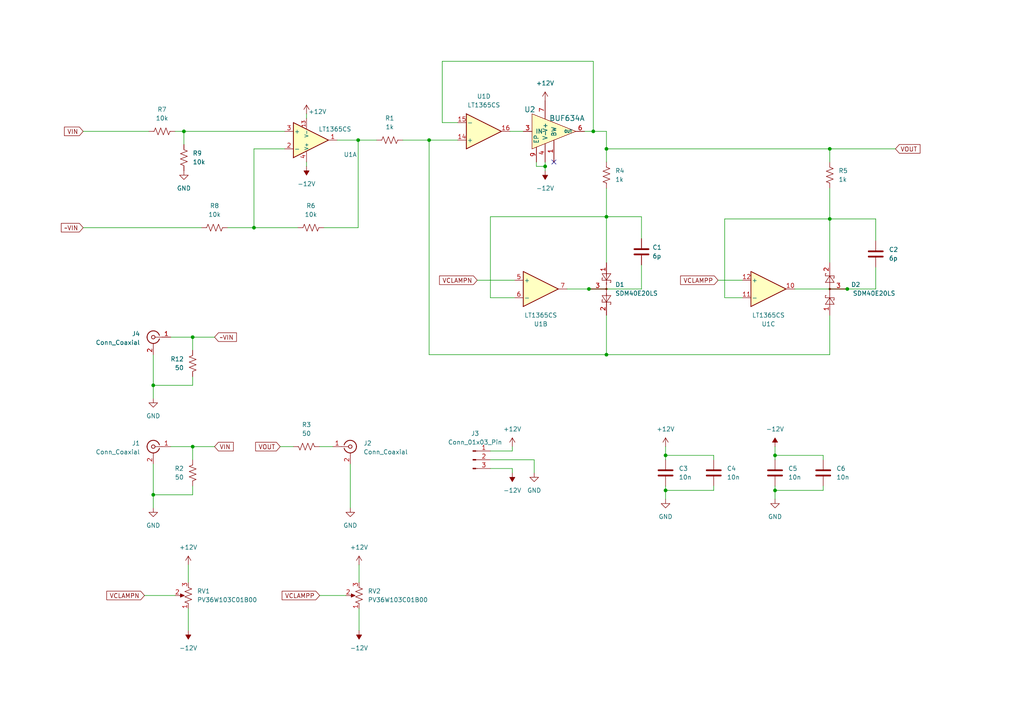
<source format=kicad_sch>
(kicad_sch (version 20230121) (generator eeschema)

  (uuid 75ff459c-cd09-4261-97d3-636aa4125919)

  (paper "A4")

  (lib_symbols
    (symbol "Amplifier_Operational_AKL:LT1365CS" (pin_names (offset 0.2)) (in_bom yes) (on_board yes)
      (property "Reference" "U" (at 1.27 6.35 0)
        (effects (font (size 1.27 1.27)) (justify left))
      )
      (property "Value" "LT1365CS" (at 1.27 3.81 0)
        (effects (font (size 1.27 1.27)) (justify left))
      )
      (property "Footprint" "Package_SO_AKL:SOIC-16_3.9x9.9mm_P1.27mm" (at 1.27 3.81 0)
        (effects (font (size 1.27 1.27)) hide)
      )
      (property "Datasheet" "https://www.tme.eu/Document/fadf48ffbaaf14618a665571f8779df9/13645fa.pdf" (at 1.27 3.81 0)
        (effects (font (size 1.27 1.27)) hide)
      )
      (property "ki_locked" "" (at 0 0 0)
        (effects (font (size 1.27 1.27)))
      )
      (property "ki_keywords" "quad opamp operational amplifier fast LT1365" (at 0 0 0)
        (effects (font (size 1.27 1.27)) hide)
      )
      (property "ki_description" "SO-16 Quad Fast Operational Amplifier, 1.5mV Offset, 70MHz GBW, 1000V/μs Slew Rate, Alternate KiCAD Library" (at 0 0 0)
        (effects (font (size 1.27 1.27)) hide)
      )
      (symbol "LT1365CS_0_1"
        (polyline
          (pts
            (xy -3.81 5.08)
            (xy -3.81 -5.08)
            (xy 6.35 0)
            (xy -3.81 5.08)
          )
          (stroke (width 0.254) (type default))
          (fill (type background))
        )
      )
      (symbol "LT1365CS_1_1"
        (pin output line (at 8.89 0 180) (length 2.54)
          (name "~" (effects (font (size 1.27 1.27))))
          (number "1" (effects (font (size 1.27 1.27))))
        )
        (pin power_in line (at 0 -6.35 90) (length 3.18)
          (name "V-" (effects (font (size 1 1))))
          (number "13" (effects (font (size 1 1))))
        )
        (pin input line (at -6.35 2.54 0) (length 2.54)
          (name "-" (effects (font (size 1.27 1.27))))
          (number "2" (effects (font (size 1.27 1.27))))
        )
        (pin input line (at -6.35 -2.54 0) (length 2.54)
          (name "+" (effects (font (size 1.27 1.27))))
          (number "3" (effects (font (size 1.27 1.27))))
        )
        (pin power_in line (at 0 6.35 270) (length 3.18)
          (name "V+" (effects (font (size 1 1))))
          (number "4" (effects (font (size 1.27 1.27))))
        )
        (pin no_connect line (at -1.27 -2.54 90) (length 2.54) hide
          (name "NC" (effects (font (size 1.27 1.27))))
          (number "8" (effects (font (size 1.27 1.27))))
        )
        (pin no_connect line (at -1.27 2.54 270) (length 2.54) hide
          (name "NC" (effects (font (size 1.27 1.27))))
          (number "9" (effects (font (size 1.27 1.27))))
        )
      )
      (symbol "LT1365CS_2_1"
        (pin input line (at -6.35 -2.54 0) (length 2.54)
          (name "+" (effects (font (size 1.27 1.27))))
          (number "5" (effects (font (size 1.27 1.27))))
        )
        (pin input line (at -6.35 2.54 0) (length 2.54)
          (name "-" (effects (font (size 1.27 1.27))))
          (number "6" (effects (font (size 1.27 1.27))))
        )
        (pin output line (at 8.89 0 180) (length 2.54)
          (name "~" (effects (font (size 1.27 1.27))))
          (number "7" (effects (font (size 1.27 1.27))))
        )
      )
      (symbol "LT1365CS_3_1"
        (pin output line (at 8.89 0 180) (length 2.54)
          (name "~" (effects (font (size 1.27 1.27))))
          (number "10" (effects (font (size 1.27 1.27))))
        )
        (pin input line (at -6.35 2.54 0) (length 2.54)
          (name "-" (effects (font (size 1.27 1.27))))
          (number "11" (effects (font (size 1.27 1.27))))
        )
        (pin input line (at -6.35 -2.54 0) (length 2.54)
          (name "+" (effects (font (size 1.27 1.27))))
          (number "12" (effects (font (size 1.27 1.27))))
        )
      )
      (symbol "LT1365CS_4_1"
        (pin input line (at -6.35 -2.54 0) (length 2.54)
          (name "+" (effects (font (size 1.27 1.27))))
          (number "14" (effects (font (size 1.27 1.27))))
        )
        (pin input line (at -6.35 2.54 0) (length 2.54)
          (name "-" (effects (font (size 1.27 1.27))))
          (number "15" (effects (font (size 1.27 1.27))))
        )
        (pin output line (at 8.89 0 180) (length 2.54)
          (name "~" (effects (font (size 1.27 1.27))))
          (number "16" (effects (font (size 1.27 1.27))))
        )
      )
    )
    (symbol "Connector:Conn_01x03_Pin" (pin_names (offset 1.016) hide) (in_bom yes) (on_board yes)
      (property "Reference" "J" (at 0 5.08 0)
        (effects (font (size 1.27 1.27)))
      )
      (property "Value" "Conn_01x03_Pin" (at 0 -5.08 0)
        (effects (font (size 1.27 1.27)))
      )
      (property "Footprint" "" (at 0 0 0)
        (effects (font (size 1.27 1.27)) hide)
      )
      (property "Datasheet" "~" (at 0 0 0)
        (effects (font (size 1.27 1.27)) hide)
      )
      (property "ki_locked" "" (at 0 0 0)
        (effects (font (size 1.27 1.27)))
      )
      (property "ki_keywords" "connector" (at 0 0 0)
        (effects (font (size 1.27 1.27)) hide)
      )
      (property "ki_description" "Generic connector, single row, 01x03, script generated" (at 0 0 0)
        (effects (font (size 1.27 1.27)) hide)
      )
      (property "ki_fp_filters" "Connector*:*_1x??_*" (at 0 0 0)
        (effects (font (size 1.27 1.27)) hide)
      )
      (symbol "Conn_01x03_Pin_1_1"
        (polyline
          (pts
            (xy 1.27 -2.54)
            (xy 0.8636 -2.54)
          )
          (stroke (width 0.1524) (type default))
          (fill (type none))
        )
        (polyline
          (pts
            (xy 1.27 0)
            (xy 0.8636 0)
          )
          (stroke (width 0.1524) (type default))
          (fill (type none))
        )
        (polyline
          (pts
            (xy 1.27 2.54)
            (xy 0.8636 2.54)
          )
          (stroke (width 0.1524) (type default))
          (fill (type none))
        )
        (rectangle (start 0.8636 -2.413) (end 0 -2.667)
          (stroke (width 0.1524) (type default))
          (fill (type outline))
        )
        (rectangle (start 0.8636 0.127) (end 0 -0.127)
          (stroke (width 0.1524) (type default))
          (fill (type outline))
        )
        (rectangle (start 0.8636 2.667) (end 0 2.413)
          (stroke (width 0.1524) (type default))
          (fill (type outline))
        )
        (pin passive line (at 5.08 2.54 180) (length 3.81)
          (name "Pin_1" (effects (font (size 1.27 1.27))))
          (number "1" (effects (font (size 1.27 1.27))))
        )
        (pin passive line (at 5.08 0 180) (length 3.81)
          (name "Pin_2" (effects (font (size 1.27 1.27))))
          (number "2" (effects (font (size 1.27 1.27))))
        )
        (pin passive line (at 5.08 -2.54 180) (length 3.81)
          (name "Pin_3" (effects (font (size 1.27 1.27))))
          (number "3" (effects (font (size 1.27 1.27))))
        )
      )
    )
    (symbol "Connector:Conn_Coaxial" (pin_names (offset 1.016) hide) (in_bom yes) (on_board yes)
      (property "Reference" "J" (at 0.254 3.048 0)
        (effects (font (size 1.27 1.27)))
      )
      (property "Value" "Conn_Coaxial" (at 2.921 0 90)
        (effects (font (size 1.27 1.27)))
      )
      (property "Footprint" "" (at 0 0 0)
        (effects (font (size 1.27 1.27)) hide)
      )
      (property "Datasheet" " ~" (at 0 0 0)
        (effects (font (size 1.27 1.27)) hide)
      )
      (property "ki_keywords" "BNC SMA SMB SMC LEMO coaxial connector CINCH RCA" (at 0 0 0)
        (effects (font (size 1.27 1.27)) hide)
      )
      (property "ki_description" "coaxial connector (BNC, SMA, SMB, SMC, Cinch/RCA, LEMO, ...)" (at 0 0 0)
        (effects (font (size 1.27 1.27)) hide)
      )
      (property "ki_fp_filters" "*BNC* *SMA* *SMB* *SMC* *Cinch* *LEMO*" (at 0 0 0)
        (effects (font (size 1.27 1.27)) hide)
      )
      (symbol "Conn_Coaxial_0_1"
        (arc (start -1.778 -0.508) (mid 0.2311 -1.8066) (end 1.778 0)
          (stroke (width 0.254) (type default))
          (fill (type none))
        )
        (polyline
          (pts
            (xy -2.54 0)
            (xy -0.508 0)
          )
          (stroke (width 0) (type default))
          (fill (type none))
        )
        (polyline
          (pts
            (xy 0 -2.54)
            (xy 0 -1.778)
          )
          (stroke (width 0) (type default))
          (fill (type none))
        )
        (circle (center 0 0) (radius 0.508)
          (stroke (width 0.2032) (type default))
          (fill (type none))
        )
        (arc (start 1.778 0) (mid 0.2099 1.8101) (end -1.778 0.508)
          (stroke (width 0.254) (type default))
          (fill (type none))
        )
      )
      (symbol "Conn_Coaxial_1_1"
        (pin passive line (at -5.08 0 0) (length 2.54)
          (name "In" (effects (font (size 1.27 1.27))))
          (number "1" (effects (font (size 1.27 1.27))))
        )
        (pin passive line (at 0 -5.08 90) (length 2.54)
          (name "Ext" (effects (font (size 1.27 1.27))))
          (number "2" (effects (font (size 1.27 1.27))))
        )
      )
    )
    (symbol "Device:C" (pin_numbers hide) (pin_names (offset 0.254)) (in_bom yes) (on_board yes)
      (property "Reference" "C" (at 0.635 2.54 0)
        (effects (font (size 1.27 1.27)) (justify left))
      )
      (property "Value" "C" (at 0.635 -2.54 0)
        (effects (font (size 1.27 1.27)) (justify left))
      )
      (property "Footprint" "" (at 0.9652 -3.81 0)
        (effects (font (size 1.27 1.27)) hide)
      )
      (property "Datasheet" "~" (at 0 0 0)
        (effects (font (size 1.27 1.27)) hide)
      )
      (property "ki_keywords" "cap capacitor" (at 0 0 0)
        (effects (font (size 1.27 1.27)) hide)
      )
      (property "ki_description" "Unpolarized capacitor" (at 0 0 0)
        (effects (font (size 1.27 1.27)) hide)
      )
      (property "ki_fp_filters" "C_*" (at 0 0 0)
        (effects (font (size 1.27 1.27)) hide)
      )
      (symbol "C_0_1"
        (polyline
          (pts
            (xy -2.032 -0.762)
            (xy 2.032 -0.762)
          )
          (stroke (width 0.508) (type default))
          (fill (type none))
        )
        (polyline
          (pts
            (xy -2.032 0.762)
            (xy 2.032 0.762)
          )
          (stroke (width 0.508) (type default))
          (fill (type none))
        )
      )
      (symbol "C_1_1"
        (pin passive line (at 0 3.81 270) (length 2.794)
          (name "~" (effects (font (size 1.27 1.27))))
          (number "1" (effects (font (size 1.27 1.27))))
        )
        (pin passive line (at 0 -3.81 90) (length 2.794)
          (name "~" (effects (font (size 1.27 1.27))))
          (number "2" (effects (font (size 1.27 1.27))))
        )
      )
    )
    (symbol "Device:R_Potentiometer_US" (pin_names (offset 1.016) hide) (in_bom yes) (on_board yes)
      (property "Reference" "RV" (at -4.445 0 90)
        (effects (font (size 1.27 1.27)))
      )
      (property "Value" "R_Potentiometer_US" (at -2.54 0 90)
        (effects (font (size 1.27 1.27)))
      )
      (property "Footprint" "" (at 0 0 0)
        (effects (font (size 1.27 1.27)) hide)
      )
      (property "Datasheet" "~" (at 0 0 0)
        (effects (font (size 1.27 1.27)) hide)
      )
      (property "ki_keywords" "resistor variable" (at 0 0 0)
        (effects (font (size 1.27 1.27)) hide)
      )
      (property "ki_description" "Potentiometer, US symbol" (at 0 0 0)
        (effects (font (size 1.27 1.27)) hide)
      )
      (property "ki_fp_filters" "Potentiometer*" (at 0 0 0)
        (effects (font (size 1.27 1.27)) hide)
      )
      (symbol "R_Potentiometer_US_0_1"
        (polyline
          (pts
            (xy 0 -2.286)
            (xy 0 -2.54)
          )
          (stroke (width 0) (type default))
          (fill (type none))
        )
        (polyline
          (pts
            (xy 0 2.54)
            (xy 0 2.286)
          )
          (stroke (width 0) (type default))
          (fill (type none))
        )
        (polyline
          (pts
            (xy 2.54 0)
            (xy 1.524 0)
          )
          (stroke (width 0) (type default))
          (fill (type none))
        )
        (polyline
          (pts
            (xy 1.143 0)
            (xy 2.286 0.508)
            (xy 2.286 -0.508)
            (xy 1.143 0)
          )
          (stroke (width 0) (type default))
          (fill (type outline))
        )
        (polyline
          (pts
            (xy 0 -0.762)
            (xy 1.016 -1.143)
            (xy 0 -1.524)
            (xy -1.016 -1.905)
            (xy 0 -2.286)
          )
          (stroke (width 0) (type default))
          (fill (type none))
        )
        (polyline
          (pts
            (xy 0 0.762)
            (xy 1.016 0.381)
            (xy 0 0)
            (xy -1.016 -0.381)
            (xy 0 -0.762)
          )
          (stroke (width 0) (type default))
          (fill (type none))
        )
        (polyline
          (pts
            (xy 0 2.286)
            (xy 1.016 1.905)
            (xy 0 1.524)
            (xy -1.016 1.143)
            (xy 0 0.762)
          )
          (stroke (width 0) (type default))
          (fill (type none))
        )
      )
      (symbol "R_Potentiometer_US_1_1"
        (pin passive line (at 0 3.81 270) (length 1.27)
          (name "1" (effects (font (size 1.27 1.27))))
          (number "1" (effects (font (size 1.27 1.27))))
        )
        (pin passive line (at 3.81 0 180) (length 1.27)
          (name "2" (effects (font (size 1.27 1.27))))
          (number "2" (effects (font (size 1.27 1.27))))
        )
        (pin passive line (at 0 -3.81 90) (length 1.27)
          (name "3" (effects (font (size 1.27 1.27))))
          (number "3" (effects (font (size 1.27 1.27))))
        )
      )
    )
    (symbol "Device:R_US" (pin_numbers hide) (pin_names (offset 0)) (in_bom yes) (on_board yes)
      (property "Reference" "R" (at 2.54 0 90)
        (effects (font (size 1.27 1.27)))
      )
      (property "Value" "R_US" (at -2.54 0 90)
        (effects (font (size 1.27 1.27)))
      )
      (property "Footprint" "" (at 1.016 -0.254 90)
        (effects (font (size 1.27 1.27)) hide)
      )
      (property "Datasheet" "~" (at 0 0 0)
        (effects (font (size 1.27 1.27)) hide)
      )
      (property "ki_keywords" "R res resistor" (at 0 0 0)
        (effects (font (size 1.27 1.27)) hide)
      )
      (property "ki_description" "Resistor, US symbol" (at 0 0 0)
        (effects (font (size 1.27 1.27)) hide)
      )
      (property "ki_fp_filters" "R_*" (at 0 0 0)
        (effects (font (size 1.27 1.27)) hide)
      )
      (symbol "R_US_0_1"
        (polyline
          (pts
            (xy 0 -2.286)
            (xy 0 -2.54)
          )
          (stroke (width 0) (type default))
          (fill (type none))
        )
        (polyline
          (pts
            (xy 0 2.286)
            (xy 0 2.54)
          )
          (stroke (width 0) (type default))
          (fill (type none))
        )
        (polyline
          (pts
            (xy 0 -0.762)
            (xy 1.016 -1.143)
            (xy 0 -1.524)
            (xy -1.016 -1.905)
            (xy 0 -2.286)
          )
          (stroke (width 0) (type default))
          (fill (type none))
        )
        (polyline
          (pts
            (xy 0 0.762)
            (xy 1.016 0.381)
            (xy 0 0)
            (xy -1.016 -0.381)
            (xy 0 -0.762)
          )
          (stroke (width 0) (type default))
          (fill (type none))
        )
        (polyline
          (pts
            (xy 0 2.286)
            (xy 1.016 1.905)
            (xy 0 1.524)
            (xy -1.016 1.143)
            (xy 0 0.762)
          )
          (stroke (width 0) (type default))
          (fill (type none))
        )
      )
      (symbol "R_US_1_1"
        (pin passive line (at 0 3.81 270) (length 1.27)
          (name "~" (effects (font (size 1.27 1.27))))
          (number "1" (effects (font (size 1.27 1.27))))
        )
        (pin passive line (at 0 -3.81 90) (length 1.27)
          (name "~" (effects (font (size 1.27 1.27))))
          (number "2" (effects (font (size 1.27 1.27))))
        )
      )
    )
    (symbol "Diode:BAS40-04" (pin_names (offset 1.016)) (in_bom yes) (on_board yes)
      (property "Reference" "D" (at 0.635 -1.27 0)
        (effects (font (size 1.27 1.27)) (justify left))
      )
      (property "Value" "BAS40-04" (at -6.35 5.715 0)
        (effects (font (size 1.27 1.27)) (justify left))
      )
      (property "Footprint" "Package_TO_SOT_SMD:SOT-23" (at -6.35 7.62 0)
        (effects (font (size 1.27 1.27)) (justify left) hide)
      )
      (property "Datasheet" "http://www.vishay.com/docs/85701/bas40v.pdf" (at -3.048 2.54 0)
        (effects (font (size 1.27 1.27)) hide)
      )
      (property "ki_keywords" "Schottky, Diode" (at 0 0 0)
        (effects (font (size 1.27 1.27)) hide)
      )
      (property "ki_description" "40V 0.2A Dual Small Signal Schottky Diodes" (at 0 0 0)
        (effects (font (size 1.27 1.27)) hide)
      )
      (property "ki_fp_filters" "SOT?23*" (at 0 0 0)
        (effects (font (size 1.27 1.27)) hide)
      )
      (symbol "BAS40-04_0_1"
        (polyline
          (pts
            (xy -3.81 2.54)
            (xy -1.27 2.54)
          )
          (stroke (width 0) (type default))
          (fill (type none))
        )
        (polyline
          (pts
            (xy -3.175 1.27)
            (xy -3.175 1.524)
          )
          (stroke (width 0) (type default))
          (fill (type none))
        )
        (polyline
          (pts
            (xy -2.54 1.27)
            (xy -3.175 1.27)
          )
          (stroke (width 0) (type default))
          (fill (type none))
        )
        (polyline
          (pts
            (xy -2.54 1.27)
            (xy -2.54 3.81)
          )
          (stroke (width 0) (type default))
          (fill (type none))
        )
        (polyline
          (pts
            (xy -2.54 3.81)
            (xy -1.905 3.81)
          )
          (stroke (width 0) (type default))
          (fill (type none))
        )
        (polyline
          (pts
            (xy -1.905 2.54)
            (xy 1.905 2.54)
          )
          (stroke (width 0) (type default))
          (fill (type none))
        )
        (polyline
          (pts
            (xy -1.905 3.81)
            (xy -1.905 3.556)
          )
          (stroke (width 0) (type default))
          (fill (type none))
        )
        (polyline
          (pts
            (xy 1.27 2.54)
            (xy 3.81 2.54)
          )
          (stroke (width 0) (type default))
          (fill (type none))
        )
        (polyline
          (pts
            (xy 3.175 1.27)
            (xy 3.175 1.524)
          )
          (stroke (width 0) (type default))
          (fill (type none))
        )
        (polyline
          (pts
            (xy 3.81 1.27)
            (xy 3.175 1.27)
          )
          (stroke (width 0) (type default))
          (fill (type none))
        )
        (polyline
          (pts
            (xy 3.81 1.27)
            (xy 3.81 3.81)
          )
          (stroke (width 0) (type default))
          (fill (type none))
        )
        (polyline
          (pts
            (xy 3.81 3.81)
            (xy 4.445 3.81)
          )
          (stroke (width 0) (type default))
          (fill (type none))
        )
        (polyline
          (pts
            (xy 4.445 3.81)
            (xy 4.445 3.556)
          )
          (stroke (width 0) (type default))
          (fill (type none))
        )
        (polyline
          (pts
            (xy -4.445 3.81)
            (xy -4.445 1.27)
            (xy -2.54 2.54)
            (xy -4.445 3.81)
          )
          (stroke (width 0) (type default))
          (fill (type none))
        )
        (polyline
          (pts
            (xy 1.905 3.81)
            (xy 1.905 1.27)
            (xy 3.81 2.54)
            (xy 1.905 3.81)
          )
          (stroke (width 0) (type default))
          (fill (type none))
        )
        (circle (center 0 2.54) (radius 0.254)
          (stroke (width 0) (type default))
          (fill (type outline))
        )
      )
      (symbol "BAS40-04_1_1"
        (pin passive line (at -7.62 2.54 0) (length 3.81)
          (name "~" (effects (font (size 1.27 1.27))))
          (number "1" (effects (font (size 1.27 1.27))))
        )
        (pin passive line (at 7.62 2.54 180) (length 3.81)
          (name "~" (effects (font (size 1.27 1.27))))
          (number "2" (effects (font (size 1.27 1.27))))
        )
        (pin passive line (at 0 -2.54 90) (length 5.08)
          (name "~" (effects (font (size 1.27 1.27))))
          (number "3" (effects (font (size 1.27 1.27))))
        )
      )
    )
    (symbol "local_lib:BUF634A" (pin_names (offset 1.016)) (in_bom yes) (on_board yes)
      (property "Reference" "U" (at 2.54 -12.7 0)
        (effects (font (size 1.524 1.524)))
      )
      (property "Value" "BUF634A" (at 13.97 -13.97 0)
        (effects (font (size 1.524 1.524)))
      )
      (property "Footprint" "" (at -11.43 -12.7 0)
        (effects (font (size 1.524 1.524)) hide)
      )
      (property "Datasheet" "" (at -11.43 -12.7 0)
        (effects (font (size 1.524 1.524)) hide)
      )
      (symbol "BUF634A_1_1"
        (polyline
          (pts
            (xy 3.81 -22.86)
            (xy 3.81 -12.7)
            (xy 16.51 -17.78)
            (xy 3.81 -22.86)
          )
          (stroke (width 0) (type default))
          (fill (type background))
        )
        (pin passive line (at 10.16 -26.67 90) (length 6.35)
          (name "BW" (effects (font (size 1.27 1.27))))
          (number "1" (effects (font (size 1.27 1.27))))
        )
        (pin passive line (at 1.27 -17.78 0) (length 2.54)
          (name "IN" (effects (font (size 1.27 1.27))))
          (number "3" (effects (font (size 1.27 1.27))))
        )
        (pin passive line (at 7.62 -26.67 90) (length 5.334)
          (name "V-" (effects (font (size 1.27 1.27))))
          (number "4" (effects (font (size 1.27 1.27))))
        )
        (pin passive line (at 19.05 -17.78 180) (length 2.54)
          (name "OUT" (effects (font (size 0.762 0.762))))
          (number "6" (effects (font (size 1.27 1.27))))
        )
        (pin passive line (at 7.62 -8.89 270) (length 5.334)
          (name "V+" (effects (font (size 1.27 1.27))))
          (number "7" (effects (font (size 1.27 1.27))))
        )
        (pin passive line (at 5.08 -26.67 90) (length 4.318)
          (name "EP" (effects (font (size 1.27 1.27))))
          (number "9" (effects (font (size 1.27 1.27))))
        )
      )
    )
    (symbol "power:+12V" (power) (pin_names (offset 0)) (in_bom yes) (on_board yes)
      (property "Reference" "#PWR" (at 0 -3.81 0)
        (effects (font (size 1.27 1.27)) hide)
      )
      (property "Value" "+12V" (at 0 3.556 0)
        (effects (font (size 1.27 1.27)))
      )
      (property "Footprint" "" (at 0 0 0)
        (effects (font (size 1.27 1.27)) hide)
      )
      (property "Datasheet" "" (at 0 0 0)
        (effects (font (size 1.27 1.27)) hide)
      )
      (property "ki_keywords" "global power" (at 0 0 0)
        (effects (font (size 1.27 1.27)) hide)
      )
      (property "ki_description" "Power symbol creates a global label with name \"+12V\"" (at 0 0 0)
        (effects (font (size 1.27 1.27)) hide)
      )
      (symbol "+12V_0_1"
        (polyline
          (pts
            (xy -0.762 1.27)
            (xy 0 2.54)
          )
          (stroke (width 0) (type default))
          (fill (type none))
        )
        (polyline
          (pts
            (xy 0 0)
            (xy 0 2.54)
          )
          (stroke (width 0) (type default))
          (fill (type none))
        )
        (polyline
          (pts
            (xy 0 2.54)
            (xy 0.762 1.27)
          )
          (stroke (width 0) (type default))
          (fill (type none))
        )
      )
      (symbol "+12V_1_1"
        (pin power_in line (at 0 0 90) (length 0) hide
          (name "+12V" (effects (font (size 1.27 1.27))))
          (number "1" (effects (font (size 1.27 1.27))))
        )
      )
    )
    (symbol "power:-12V" (power) (pin_names (offset 0)) (in_bom yes) (on_board yes)
      (property "Reference" "#PWR" (at 0 2.54 0)
        (effects (font (size 1.27 1.27)) hide)
      )
      (property "Value" "-12V" (at 0 3.81 0)
        (effects (font (size 1.27 1.27)))
      )
      (property "Footprint" "" (at 0 0 0)
        (effects (font (size 1.27 1.27)) hide)
      )
      (property "Datasheet" "" (at 0 0 0)
        (effects (font (size 1.27 1.27)) hide)
      )
      (property "ki_keywords" "global power" (at 0 0 0)
        (effects (font (size 1.27 1.27)) hide)
      )
      (property "ki_description" "Power symbol creates a global label with name \"-12V\"" (at 0 0 0)
        (effects (font (size 1.27 1.27)) hide)
      )
      (symbol "-12V_0_0"
        (pin power_in line (at 0 0 90) (length 0) hide
          (name "-12V" (effects (font (size 1.27 1.27))))
          (number "1" (effects (font (size 1.27 1.27))))
        )
      )
      (symbol "-12V_0_1"
        (polyline
          (pts
            (xy 0 0)
            (xy 0 1.27)
            (xy 0.762 1.27)
            (xy 0 2.54)
            (xy -0.762 1.27)
            (xy 0 1.27)
          )
          (stroke (width 0) (type default))
          (fill (type outline))
        )
      )
    )
    (symbol "power:GND" (power) (pin_names (offset 0)) (in_bom yes) (on_board yes)
      (property "Reference" "#PWR" (at 0 -6.35 0)
        (effects (font (size 1.27 1.27)) hide)
      )
      (property "Value" "GND" (at 0 -3.81 0)
        (effects (font (size 1.27 1.27)))
      )
      (property "Footprint" "" (at 0 0 0)
        (effects (font (size 1.27 1.27)) hide)
      )
      (property "Datasheet" "" (at 0 0 0)
        (effects (font (size 1.27 1.27)) hide)
      )
      (property "ki_keywords" "global power" (at 0 0 0)
        (effects (font (size 1.27 1.27)) hide)
      )
      (property "ki_description" "Power symbol creates a global label with name \"GND\" , ground" (at 0 0 0)
        (effects (font (size 1.27 1.27)) hide)
      )
      (symbol "GND_0_1"
        (polyline
          (pts
            (xy 0 0)
            (xy 0 -1.27)
            (xy 1.27 -1.27)
            (xy 0 -2.54)
            (xy -1.27 -1.27)
            (xy 0 -1.27)
          )
          (stroke (width 0) (type default))
          (fill (type none))
        )
      )
      (symbol "GND_1_1"
        (pin power_in line (at 0 0 270) (length 0) hide
          (name "GND" (effects (font (size 1.27 1.27))))
          (number "1" (effects (font (size 1.27 1.27))))
        )
      )
    )
  )

  (junction (at 245.745 83.82) (diameter 0) (color 0 0 0 0)
    (uuid 1e84b5ff-48f0-4d44-85f6-2a8664ac88dd)
  )
  (junction (at 240.665 63.5) (diameter 0) (color 0 0 0 0)
    (uuid 1ee2b256-c0a3-4391-abe1-efc449048023)
  )
  (junction (at 73.66 66.04) (diameter 0) (color 0 0 0 0)
    (uuid 40294e5e-d238-421c-9fb1-1949d32de575)
  )
  (junction (at 175.895 43.18) (diameter 0) (color 0 0 0 0)
    (uuid 45161c08-da18-41a9-bfad-8eb41aa1fe53)
  )
  (junction (at 170.815 83.82) (diameter 0) (color 0 0 0 0)
    (uuid 6a1f22d8-28ec-49a2-a876-b50138642e80)
  )
  (junction (at 158.115 48.26) (diameter 0) (color 0 0 0 0)
    (uuid 7249eecf-58f6-4835-aba1-6fbe1d853016)
  )
  (junction (at 44.45 111.76) (diameter 0) (color 0 0 0 0)
    (uuid 83c24f55-1f7a-4eb6-8fca-7a021a86c6c1)
  )
  (junction (at 53.34 38.1) (diameter 0) (color 0 0 0 0)
    (uuid 9f63c182-77cd-4376-8b81-fb2a3ed7a0e8)
  )
  (junction (at 103.8839 40.64) (diameter 0) (color 0 0 0 0)
    (uuid a43df689-4dfd-4263-a4c0-0a72332b9de3)
  )
  (junction (at 44.45 143.51) (diameter 0) (color 0 0 0 0)
    (uuid ae08a118-b895-4330-a3bd-0c897c960b0c)
  )
  (junction (at 55.88 129.54) (diameter 0) (color 0 0 0 0)
    (uuid b221097f-f171-4b28-80b9-a91a5274b332)
  )
  (junction (at 175.895 62.865) (diameter 0) (color 0 0 0 0)
    (uuid b78eb92e-b60e-4b2b-a881-b6d72532d458)
  )
  (junction (at 172.085 38.1) (diameter 0) (color 0 0 0 0)
    (uuid bb4eb4bc-f52d-4288-8c72-e2681e2f507c)
  )
  (junction (at 224.79 142.24) (diameter 0) (color 0 0 0 0)
    (uuid c4787cd2-eed1-4b77-b439-a7d42e31f3d1)
  )
  (junction (at 175.895 102.87) (diameter 0) (color 0 0 0 0)
    (uuid cad7b90e-6a0b-4871-b9da-7feae85658f4)
  )
  (junction (at 224.79 132.08) (diameter 0) (color 0 0 0 0)
    (uuid cb83bae0-233b-42c9-b93b-eacc535d093b)
  )
  (junction (at 193.04 132.08) (diameter 0) (color 0 0 0 0)
    (uuid d4a6f378-7315-4844-86c7-b63e620b04a3)
  )
  (junction (at 193.04 142.24) (diameter 0) (color 0 0 0 0)
    (uuid d7d25771-5bb4-4d5c-a57f-01e4d5679cb9)
  )
  (junction (at 240.665 43.18) (diameter 0) (color 0 0 0 0)
    (uuid e30bb92c-ea7c-4e5b-856b-8e7e1e08fbbc)
  )
  (junction (at 55.88 97.79) (diameter 0) (color 0 0 0 0)
    (uuid eb8e2eb4-b9b4-4cab-bfe2-dc3feff2a78d)
  )
  (junction (at 124.46 40.64) (diameter 0) (color 0 0 0 0)
    (uuid f5f1b4c4-5679-4c60-b284-640ceca987b5)
  )

  (no_connect (at 160.655 46.99) (uuid de535c28-6e2a-45b9-b43a-939f94f4fb29))

  (wire (pts (xy 88.9 34.29) (xy 88.9 33.02))
    (stroke (width 0) (type default))
    (uuid 00acfda4-3cf9-4903-8c28-7a5a79428183)
  )
  (wire (pts (xy 230.505 83.82) (xy 245.745 83.82))
    (stroke (width 0) (type default))
    (uuid 07d28446-86b3-4650-abf9-618a4e3d6051)
  )
  (wire (pts (xy 24.13 66.04) (xy 58.42 66.04))
    (stroke (width 0) (type default))
    (uuid 09d4adcf-987e-4513-b5a3-02c80f2efdb1)
  )
  (wire (pts (xy 240.665 91.44) (xy 240.665 102.87))
    (stroke (width 0) (type default))
    (uuid 0c9f6e7a-8a59-4564-a0a5-a6ab80f78973)
  )
  (wire (pts (xy 66.04 66.04) (xy 73.66 66.04))
    (stroke (width 0) (type default))
    (uuid 0f6bede8-ec32-41f8-811e-9a1a5b495d18)
  )
  (wire (pts (xy 240.665 63.5) (xy 240.665 76.2))
    (stroke (width 0) (type default))
    (uuid 1188a01e-a427-4193-8d2e-ce89f7d70285)
  )
  (wire (pts (xy 44.45 143.51) (xy 44.45 147.32))
    (stroke (width 0) (type default))
    (uuid 1445d20a-df71-4530-aceb-7ce7d8c4bc81)
  )
  (wire (pts (xy 124.46 40.64) (xy 132.715 40.64))
    (stroke (width 0) (type default))
    (uuid 144bea13-dd09-48d0-a253-b70c4abf8ee8)
  )
  (wire (pts (xy 24.13 38.1) (xy 43.18 38.1))
    (stroke (width 0) (type default))
    (uuid 15ce9786-014f-4350-bd0d-43f17fb59f78)
  )
  (wire (pts (xy 101.6 134.62) (xy 101.6 147.32))
    (stroke (width 0) (type default))
    (uuid 1837fda5-82e5-42e9-89c9-38e83dc06e79)
  )
  (wire (pts (xy 92.71 172.72) (xy 100.33 172.72))
    (stroke (width 0) (type default))
    (uuid 1ad02660-9547-445d-a167-87ffb13208f2)
  )
  (wire (pts (xy 175.895 62.865) (xy 175.895 54.61))
    (stroke (width 0) (type default))
    (uuid 24deb624-6495-4353-9d3c-f80ca01511dd)
  )
  (wire (pts (xy 175.895 43.18) (xy 175.895 46.99))
    (stroke (width 0) (type default))
    (uuid 284fe336-22e1-4113-a456-91b88d0c5678)
  )
  (wire (pts (xy 154.94 133.35) (xy 154.94 137.16))
    (stroke (width 0) (type default))
    (uuid 2b5b48ea-bd2d-4525-b52a-283a040ad395)
  )
  (wire (pts (xy 193.04 129.54) (xy 193.04 132.08))
    (stroke (width 0) (type default))
    (uuid 2f5b7091-1278-44bb-8686-3b61efba7644)
  )
  (wire (pts (xy 116.84 40.64) (xy 124.46 40.64))
    (stroke (width 0) (type default))
    (uuid 30d600ff-d8f9-457f-ab8e-7d6c605aea1f)
  )
  (wire (pts (xy 138.43 81.28) (xy 149.225 81.28))
    (stroke (width 0) (type default))
    (uuid 31a3a5c9-1bae-4fee-b3ce-65e739e2b269)
  )
  (wire (pts (xy 88.9 48.26) (xy 88.9 46.99))
    (stroke (width 0) (type default))
    (uuid 3779d452-24c0-4f4e-bb8a-04fbe931d20b)
  )
  (wire (pts (xy 41.91 172.72) (xy 50.8 172.72))
    (stroke (width 0) (type default))
    (uuid 3a798857-1c9b-4bc3-a691-d647e2d50b85)
  )
  (wire (pts (xy 142.24 135.89) (xy 148.59 135.89))
    (stroke (width 0) (type default))
    (uuid 3b7981aa-bd19-4843-b7b8-bdee48beae95)
  )
  (wire (pts (xy 164.465 83.82) (xy 170.815 83.82))
    (stroke (width 0) (type default))
    (uuid 4096e4f1-5094-4d4c-9c6d-cccb06ce760e)
  )
  (wire (pts (xy 254 83.82) (xy 254 77.47))
    (stroke (width 0) (type default))
    (uuid 41b21f47-ac87-4958-8e0e-2ae0e83ef670)
  )
  (wire (pts (xy 175.895 38.1) (xy 175.895 43.18))
    (stroke (width 0) (type default))
    (uuid 4a7bc211-cd1a-4571-8e1e-eb8fe314be0a)
  )
  (wire (pts (xy 142.24 62.865) (xy 142.24 86.36))
    (stroke (width 0) (type default))
    (uuid 4d2ae9a6-4ce9-42fc-b742-94d358fbd708)
  )
  (wire (pts (xy 142.24 133.35) (xy 154.94 133.35))
    (stroke (width 0) (type default))
    (uuid 516c39cf-b7df-4412-84c0-7c331eb3ceaa)
  )
  (wire (pts (xy 175.895 62.865) (xy 175.895 76.2))
    (stroke (width 0) (type default))
    (uuid 516ee9eb-e2c2-49bb-97f5-337f43fbddb8)
  )
  (wire (pts (xy 254 63.5) (xy 254 69.85))
    (stroke (width 0) (type default))
    (uuid 55d24947-abd1-433a-b6c6-f9fa18b24a15)
  )
  (wire (pts (xy 93.98 66.04) (xy 103.8839 66.04))
    (stroke (width 0) (type default))
    (uuid 56bc24bd-f630-48f2-8824-74080641cf73)
  )
  (wire (pts (xy 207.01 133.35) (xy 207.01 132.08))
    (stroke (width 0) (type default))
    (uuid 5ac08630-9909-4341-9a92-f48f843242ae)
  )
  (wire (pts (xy 224.79 132.08) (xy 224.79 133.35))
    (stroke (width 0) (type default))
    (uuid 5f293c7a-b2f8-4ff4-8e6d-865b20498e76)
  )
  (wire (pts (xy 142.24 62.865) (xy 175.895 62.865))
    (stroke (width 0) (type default))
    (uuid 5f67699f-a648-471b-96e2-d804c13ed0af)
  )
  (wire (pts (xy 224.79 142.24) (xy 238.76 142.24))
    (stroke (width 0) (type default))
    (uuid 60b91068-2b21-4a1c-9208-7c42bea765f4)
  )
  (wire (pts (xy 109.22 40.64) (xy 103.8839 40.64))
    (stroke (width 0) (type default))
    (uuid 652d3e7f-42c8-48b2-a959-05d3494c9df2)
  )
  (wire (pts (xy 55.88 109.22) (xy 55.88 111.76))
    (stroke (width 0) (type default))
    (uuid 6631064c-ade7-412d-bfb3-93b4b6ec0aa0)
  )
  (wire (pts (xy 172.085 38.1) (xy 172.085 17.78))
    (stroke (width 0) (type default))
    (uuid 6864fe9f-331b-401f-9f84-bc2a82ce8414)
  )
  (wire (pts (xy 224.79 142.24) (xy 224.79 144.78))
    (stroke (width 0) (type default))
    (uuid 68ecf745-e4d5-4389-b0bf-d3e2ae84d259)
  )
  (wire (pts (xy 53.34 38.1) (xy 53.34 41.91))
    (stroke (width 0) (type default))
    (uuid 69840df6-914e-4e8b-a78e-43cb5b9011e5)
  )
  (wire (pts (xy 240.665 63.5) (xy 254 63.5))
    (stroke (width 0) (type default))
    (uuid 69f7999f-e36f-4388-85b5-a5c8bc4e624f)
  )
  (wire (pts (xy 158.115 48.26) (xy 158.115 46.99))
    (stroke (width 0) (type default))
    (uuid 6cdf9f5a-2cbe-47aa-b1d6-66dc425bc1fa)
  )
  (wire (pts (xy 175.895 43.18) (xy 240.665 43.18))
    (stroke (width 0) (type default))
    (uuid 6ed9378e-9d48-4cd0-a00f-1b0e083842fc)
  )
  (wire (pts (xy 186.055 76.835) (xy 186.055 83.82))
    (stroke (width 0) (type default))
    (uuid 6f2c18ec-e488-4b1a-9757-a9b4cf242f60)
  )
  (wire (pts (xy 170.815 83.82) (xy 186.055 83.82))
    (stroke (width 0) (type default))
    (uuid 756c4de2-542d-4b16-b86b-835ac076aff1)
  )
  (wire (pts (xy 193.04 132.08) (xy 193.04 133.35))
    (stroke (width 0) (type default))
    (uuid 76472399-48de-47cf-b268-1d3b4de1ad46)
  )
  (wire (pts (xy 240.665 46.99) (xy 240.665 43.18))
    (stroke (width 0) (type default))
    (uuid 7c638634-db12-4b32-8dcf-8003646c36f1)
  )
  (wire (pts (xy 224.79 132.08) (xy 238.76 132.08))
    (stroke (width 0) (type default))
    (uuid 7dacfcec-500c-4857-8985-9f765c135f19)
  )
  (wire (pts (xy 210.185 63.5) (xy 240.665 63.5))
    (stroke (width 0) (type default))
    (uuid 8231b57b-0006-4b4b-a9f8-65bfe287683a)
  )
  (wire (pts (xy 186.055 62.865) (xy 186.055 69.215))
    (stroke (width 0) (type default))
    (uuid 8321f449-25a6-4d09-9331-1eb9ba8b92d3)
  )
  (wire (pts (xy 55.88 143.51) (xy 44.45 143.51))
    (stroke (width 0) (type default))
    (uuid 83b1504d-c9af-4d32-98c5-1d2c0f5de0e8)
  )
  (wire (pts (xy 81.28 129.54) (xy 85.09 129.54))
    (stroke (width 0) (type default))
    (uuid 86e982cf-9580-40a6-aea9-0e99215be3a3)
  )
  (wire (pts (xy 104.14 176.53) (xy 104.14 182.88))
    (stroke (width 0) (type default))
    (uuid 880fd178-92e1-4985-a2f0-7c796f6fa437)
  )
  (wire (pts (xy 240.665 54.61) (xy 240.665 63.5))
    (stroke (width 0) (type default))
    (uuid 8b4eaadd-025a-46e6-b587-f906e797d9c2)
  )
  (wire (pts (xy 147.955 38.1) (xy 151.765 38.1))
    (stroke (width 0) (type default))
    (uuid 8d8ffdd9-5819-4bb5-9ac1-55a744e42280)
  )
  (wire (pts (xy 175.895 62.865) (xy 186.055 62.865))
    (stroke (width 0) (type default))
    (uuid 8f6828c8-b264-4e76-869b-b86e751db200)
  )
  (wire (pts (xy 97.79 40.64) (xy 103.8839 40.64))
    (stroke (width 0) (type default))
    (uuid 8f6ba0f9-7167-4190-bf36-8a5478c7b140)
  )
  (wire (pts (xy 158.115 49.53) (xy 158.115 48.26))
    (stroke (width 0) (type default))
    (uuid 9174206a-11a5-4d12-9f40-65b51cbaf6a5)
  )
  (wire (pts (xy 55.88 97.79) (xy 49.53 97.79))
    (stroke (width 0) (type default))
    (uuid 9598aeda-dcd0-43fa-b993-cf094970f516)
  )
  (wire (pts (xy 238.76 133.35) (xy 238.76 132.08))
    (stroke (width 0) (type default))
    (uuid 9734fab2-a575-40de-ae6b-5c4d0e423768)
  )
  (wire (pts (xy 55.88 129.54) (xy 49.53 129.54))
    (stroke (width 0) (type default))
    (uuid 97ce6b8c-58ce-40d8-8cb2-93c2f5f5324d)
  )
  (wire (pts (xy 175.895 102.87) (xy 240.665 102.87))
    (stroke (width 0) (type default))
    (uuid 9837086b-751d-469f-9520-4a9d1ed69da4)
  )
  (wire (pts (xy 62.23 97.79) (xy 55.88 97.79))
    (stroke (width 0) (type default))
    (uuid 9d0f65f9-787e-49d9-a93c-ded8ee6bc1ca)
  )
  (wire (pts (xy 54.61 163.83) (xy 54.61 168.91))
    (stroke (width 0) (type default))
    (uuid 9ead520b-a0b9-40b3-a10c-be848fd77cd7)
  )
  (wire (pts (xy 92.71 129.54) (xy 96.52 129.54))
    (stroke (width 0) (type default))
    (uuid 9ed5347d-303b-4f8f-8811-67168625e15c)
  )
  (wire (pts (xy 169.545 38.1) (xy 172.085 38.1))
    (stroke (width 0) (type default))
    (uuid a0ce0ddb-0115-4af6-9de6-8f29917765f1)
  )
  (wire (pts (xy 62.23 129.54) (xy 55.88 129.54))
    (stroke (width 0) (type default))
    (uuid a1ad49ae-c8ce-4ec9-b21a-c3f108dcfae2)
  )
  (wire (pts (xy 193.04 142.24) (xy 193.04 144.78))
    (stroke (width 0) (type default))
    (uuid a5e81cdb-0c92-4ef3-ba1a-5fed2ee1e22f)
  )
  (wire (pts (xy 155.575 48.26) (xy 155.575 46.99))
    (stroke (width 0) (type default))
    (uuid aa91fa47-0a1a-4c59-8dbc-676ed0973498)
  )
  (wire (pts (xy 55.88 129.54) (xy 55.88 133.35))
    (stroke (width 0) (type default))
    (uuid ab5c0256-09eb-4ac4-b05c-ca4bda321b31)
  )
  (wire (pts (xy 210.185 63.5) (xy 210.185 86.36))
    (stroke (width 0) (type default))
    (uuid af48efb3-9af2-4eac-a0f8-f48d21939987)
  )
  (wire (pts (xy 128.27 17.78) (xy 128.27 35.56))
    (stroke (width 0) (type default))
    (uuid afedc5bc-711d-4d0d-956a-9069d5c86526)
  )
  (wire (pts (xy 193.04 140.97) (xy 193.04 142.24))
    (stroke (width 0) (type default))
    (uuid b053a864-100f-4834-90bf-ceda69daa644)
  )
  (wire (pts (xy 175.895 91.44) (xy 175.895 102.87))
    (stroke (width 0) (type default))
    (uuid b1ca6090-229c-401f-809c-b40f5f69581d)
  )
  (wire (pts (xy 103.8839 40.64) (xy 103.8839 66.04))
    (stroke (width 0) (type default))
    (uuid b29e90d2-2876-46be-a18a-ca3cb294db45)
  )
  (wire (pts (xy 207.01 142.24) (xy 193.04 142.24))
    (stroke (width 0) (type default))
    (uuid b56ceb58-74a4-48c0-8a5d-21aae8a03a45)
  )
  (wire (pts (xy 175.895 102.87) (xy 124.46 102.87))
    (stroke (width 0) (type default))
    (uuid b5bf9188-60e0-4c98-b57f-8a65bda6781c)
  )
  (wire (pts (xy 172.085 38.1) (xy 175.895 38.1))
    (stroke (width 0) (type default))
    (uuid b5c78614-ca07-4e30-9964-af643a20de02)
  )
  (wire (pts (xy 50.8 38.1) (xy 53.34 38.1))
    (stroke (width 0) (type default))
    (uuid bb50989d-5030-47f8-832a-007eb5654a69)
  )
  (wire (pts (xy 215.265 86.36) (xy 210.185 86.36))
    (stroke (width 0) (type default))
    (uuid c58b7342-5e76-4956-b1b2-1ca229a9b438)
  )
  (wire (pts (xy 148.59 129.54) (xy 148.59 130.81))
    (stroke (width 0) (type default))
    (uuid cbb85a89-50eb-45f5-9cbd-4d0bbc9d029f)
  )
  (wire (pts (xy 82.55 43.18) (xy 73.66 43.18))
    (stroke (width 0) (type default))
    (uuid d203a62b-b535-405d-8ec0-4baa9b44939f)
  )
  (wire (pts (xy 82.55 38.1) (xy 53.34 38.1))
    (stroke (width 0) (type default))
    (uuid d252a317-8085-4837-8fcc-6b8c33ebdaaf)
  )
  (wire (pts (xy 73.66 43.18) (xy 73.66 66.04))
    (stroke (width 0) (type default))
    (uuid d2ce8755-48d5-4351-a3bd-e49228e4ff36)
  )
  (wire (pts (xy 224.79 129.54) (xy 224.79 132.08))
    (stroke (width 0) (type default))
    (uuid d4e64e4e-26c2-406a-a7de-c9b7f0ab48c6)
  )
  (wire (pts (xy 54.61 176.53) (xy 54.61 182.88))
    (stroke (width 0) (type default))
    (uuid d821d37e-64b5-4ddc-841a-a73434716912)
  )
  (wire (pts (xy 44.45 102.87) (xy 44.45 111.76))
    (stroke (width 0) (type default))
    (uuid d98b22bb-22bc-49ec-9e87-4f39e08b548b)
  )
  (wire (pts (xy 124.46 102.87) (xy 124.46 40.64))
    (stroke (width 0) (type default))
    (uuid d9f27d89-23a0-4697-8a47-ec87bee73a39)
  )
  (wire (pts (xy 148.59 135.89) (xy 148.59 137.16))
    (stroke (width 0) (type default))
    (uuid da6f605c-f8f5-4522-85d3-f6c4faebfa24)
  )
  (wire (pts (xy 207.01 140.97) (xy 207.01 142.24))
    (stroke (width 0) (type default))
    (uuid db46e84a-fa53-4740-ab18-7570f94b0e2e)
  )
  (wire (pts (xy 224.79 140.97) (xy 224.79 142.24))
    (stroke (width 0) (type default))
    (uuid dc582278-4f3a-4bf3-a084-6f4326946a51)
  )
  (wire (pts (xy 44.45 111.76) (xy 44.45 115.57))
    (stroke (width 0) (type default))
    (uuid dc6c56c5-6e83-4363-8545-75b867942408)
  )
  (wire (pts (xy 128.27 17.78) (xy 172.085 17.78))
    (stroke (width 0) (type default))
    (uuid dccc1c49-5c9b-4695-ad74-02d012a680e5)
  )
  (wire (pts (xy 128.27 35.56) (xy 132.715 35.56))
    (stroke (width 0) (type default))
    (uuid e199a753-990b-4b52-944c-5d22436ce26b)
  )
  (wire (pts (xy 73.66 66.04) (xy 86.36 66.04))
    (stroke (width 0) (type default))
    (uuid e230108b-2dcd-48ee-9a08-eaff5285164b)
  )
  (wire (pts (xy 245.745 83.82) (xy 254 83.82))
    (stroke (width 0) (type default))
    (uuid e2c97e61-9d66-42dd-8a13-640b7adff07d)
  )
  (wire (pts (xy 55.88 111.76) (xy 44.45 111.76))
    (stroke (width 0) (type default))
    (uuid e4082eb8-4698-49e1-9611-776ad933ae86)
  )
  (wire (pts (xy 240.665 43.18) (xy 259.715 43.18))
    (stroke (width 0) (type default))
    (uuid e4abb8dd-cc1f-42ef-8672-0bfa904ea42b)
  )
  (wire (pts (xy 208.28 81.28) (xy 215.265 81.28))
    (stroke (width 0) (type default))
    (uuid e63b69bf-799c-4992-94c5-47d6862afc6f)
  )
  (wire (pts (xy 238.76 140.97) (xy 238.76 142.24))
    (stroke (width 0) (type default))
    (uuid eb50569b-3d56-49f5-b1c0-5209de790897)
  )
  (wire (pts (xy 55.88 140.97) (xy 55.88 143.51))
    (stroke (width 0) (type default))
    (uuid f0140fc0-b4de-4a47-846c-8f4b35dd9590)
  )
  (wire (pts (xy 142.24 86.36) (xy 149.225 86.36))
    (stroke (width 0) (type default))
    (uuid f5506a24-2c8f-45ff-853e-5721f4492536)
  )
  (wire (pts (xy 104.14 163.83) (xy 104.14 168.91))
    (stroke (width 0) (type default))
    (uuid f5ff863f-93be-44f1-82e4-ca104fe1e282)
  )
  (wire (pts (xy 55.88 97.79) (xy 55.88 101.6))
    (stroke (width 0) (type default))
    (uuid f732d4f0-38e7-437c-854c-b6fc1663d4ca)
  )
  (wire (pts (xy 148.59 130.81) (xy 142.24 130.81))
    (stroke (width 0) (type default))
    (uuid f779b8af-d507-46aa-83bf-de4c464314a1)
  )
  (wire (pts (xy 44.45 134.62) (xy 44.45 143.51))
    (stroke (width 0) (type default))
    (uuid f9870714-1e14-40d5-92a6-8514a195af84)
  )
  (wire (pts (xy 207.01 132.08) (xy 193.04 132.08))
    (stroke (width 0) (type default))
    (uuid fd25840e-26c3-4dbf-85a4-a65d1b3e87d6)
  )
  (wire (pts (xy 155.575 48.26) (xy 158.115 48.26))
    (stroke (width 0) (type default))
    (uuid fd27a84e-818d-430f-8432-f0b774218b61)
  )

  (global_label "VOUT" (shape input) (at 259.715 43.18 0) (fields_autoplaced)
    (effects (font (size 1.27 1.27)) (justify left))
    (uuid 1cfa053e-f1d4-40a6-a82e-1252fb7513e0)
    (property "Intersheetrefs" "${INTERSHEET_REFS}" (at 267.4174 43.18 0)
      (effects (font (size 1.27 1.27)) (justify left) hide)
    )
  )
  (global_label "VIN" (shape input) (at 24.13 38.1 180) (fields_autoplaced)
    (effects (font (size 1.27 1.27)) (justify right))
    (uuid 2cb6cbb7-1d16-4e3e-ab31-899d5a568d0e)
    (property "Intersheetrefs" "${INTERSHEET_REFS}" (at 18.1209 38.1 0)
      (effects (font (size 1.27 1.27)) (justify right) hide)
    )
  )
  (global_label "VCLAMPP" (shape input) (at 92.71 172.72 180) (fields_autoplaced)
    (effects (font (size 1.27 1.27)) (justify right))
    (uuid 3ba2a0b6-94df-4b31-ac0e-edc147ebf945)
    (property "Intersheetrefs" "${INTERSHEET_REFS}" (at 81.2581 172.72 0)
      (effects (font (size 1.27 1.27)) (justify right) hide)
    )
  )
  (global_label "~VIN" (shape input) (at 62.23 97.79 0) (fields_autoplaced)
    (effects (font (size 1.27 1.27)) (justify left))
    (uuid 665a7dd6-9081-404b-acc0-f2293e1ef849)
    (property "Intersheetrefs" "${INTERSHEET_REFS}" (at 69.1462 97.79 0)
      (effects (font (size 1.27 1.27)) (justify left) hide)
    )
  )
  (global_label "VCLAMPN" (shape input) (at 41.91 172.72 180) (fields_autoplaced)
    (effects (font (size 1.27 1.27)) (justify right))
    (uuid 76394b3a-ef85-41cb-a060-3f67cbee888a)
    (property "Intersheetrefs" "${INTERSHEET_REFS}" (at 30.3976 172.72 0)
      (effects (font (size 1.27 1.27)) (justify right) hide)
    )
  )
  (global_label "~VIN" (shape input) (at 24.13 66.04 180) (fields_autoplaced)
    (effects (font (size 1.27 1.27)) (justify right))
    (uuid 7e6e160a-e8e5-4cad-b127-1d5bc94f6fee)
    (property "Intersheetrefs" "${INTERSHEET_REFS}" (at 17.2138 66.04 0)
      (effects (font (size 1.27 1.27)) (justify right) hide)
    )
  )
  (global_label "VCLAMPN" (shape input) (at 138.43 81.28 180) (fields_autoplaced)
    (effects (font (size 1.27 1.27)) (justify right))
    (uuid 9560fdb1-50b2-45d3-a40b-89e97460010a)
    (property "Intersheetrefs" "${INTERSHEET_REFS}" (at 126.9176 81.28 0)
      (effects (font (size 1.27 1.27)) (justify right) hide)
    )
  )
  (global_label "VCLAMPP" (shape input) (at 208.28 81.28 180) (fields_autoplaced)
    (effects (font (size 1.27 1.27)) (justify right))
    (uuid a99de0c2-1123-4066-a67d-6861cac7304a)
    (property "Intersheetrefs" "${INTERSHEET_REFS}" (at 196.8281 81.28 0)
      (effects (font (size 1.27 1.27)) (justify right) hide)
    )
  )
  (global_label "VIN" (shape input) (at 62.23 129.54 0) (fields_autoplaced)
    (effects (font (size 1.27 1.27)) (justify left))
    (uuid bd23e0e3-ff84-45fc-9aaa-ab49c7cb3b00)
    (property "Intersheetrefs" "${INTERSHEET_REFS}" (at 68.2391 129.54 0)
      (effects (font (size 1.27 1.27)) (justify left) hide)
    )
  )
  (global_label "VOUT" (shape input) (at 81.28 129.54 180) (fields_autoplaced)
    (effects (font (size 1.27 1.27)) (justify right))
    (uuid fa62182d-e9cc-4d6c-b7d9-23eaf87e8ae1)
    (property "Intersheetrefs" "${INTERSHEET_REFS}" (at 73.5776 129.54 0)
      (effects (font (size 1.27 1.27)) (justify right) hide)
    )
  )

  (symbol (lib_id "Device:R_US") (at 55.88 137.16 0) (mirror y) (unit 1)
    (in_bom yes) (on_board yes) (dnp no) (fields_autoplaced)
    (uuid 017d6732-ba71-41c7-bf73-53196dcb9dbd)
    (property "Reference" "R2" (at 53.34 135.89 0)
      (effects (font (size 1.27 1.27)) (justify left))
    )
    (property "Value" "50" (at 53.34 138.43 0)
      (effects (font (size 1.27 1.27)) (justify left))
    )
    (property "Footprint" "Resistor_SMD:R_0603_1608Metric" (at 54.864 137.414 90)
      (effects (font (size 1.27 1.27)) hide)
    )
    (property "Datasheet" "~" (at 55.88 137.16 0)
      (effects (font (size 1.27 1.27)) hide)
    )
    (pin "1" (uuid 37a5bbd7-dea5-4317-851f-1c2d76ecae91))
    (pin "2" (uuid c7759d33-25f0-44c3-bfa3-dada3b8120a7))
    (instances
      (project "clamp_test"
        (path "/75ff459c-cd09-4261-97d3-636aa4125919"
          (reference "R2") (unit 1)
        )
      )
    )
  )

  (symbol (lib_id "Amplifier_Operational_AKL:LT1365CS") (at 155.575 83.82 0) (mirror x) (unit 2)
    (in_bom yes) (on_board yes) (dnp no)
    (uuid 03eea4ff-9b2d-41bf-9309-ad92ea2bf21d)
    (property "Reference" "U1" (at 156.845 93.98 0)
      (effects (font (size 1.27 1.27)))
    )
    (property "Value" "LT1365CS" (at 156.845 91.44 0)
      (effects (font (size 1.27 1.27)))
    )
    (property "Footprint" "Package_SO_AKL:SOIC-16_3.9x9.9mm_P1.27mm" (at 156.845 87.63 0)
      (effects (font (size 1.27 1.27)) hide)
    )
    (property "Datasheet" "https://www.tme.eu/Document/fadf48ffbaaf14618a665571f8779df9/13645fa.pdf" (at 156.845 87.63 0)
      (effects (font (size 1.27 1.27)) hide)
    )
    (pin "1" (uuid d3c18489-4a1a-4d25-afe1-5964ac5f5ed7))
    (pin "13" (uuid d6182280-a08b-4d6d-90f2-85b9c87235b2))
    (pin "2" (uuid 87c1b282-5838-4ec2-b3a6-9fd3812f1418))
    (pin "3" (uuid c7abf642-a671-45ff-a4fa-9f3cb7ac9be0))
    (pin "4" (uuid 50523c68-3863-4383-81cf-c503e8b53077))
    (pin "8" (uuid 5b2e3b55-1754-4ad9-b661-a468c173f305))
    (pin "9" (uuid 41e1735f-475a-4883-bb08-5c704332a874))
    (pin "5" (uuid 384dc949-494c-4f47-a095-b21c9467a006))
    (pin "6" (uuid 4501958c-ac0a-477a-bce1-37bade320f7f))
    (pin "7" (uuid 9fb16213-5237-4104-90fb-f86981c38918))
    (pin "10" (uuid c4290e74-6f4e-4a5d-b772-131b1c8b5a65))
    (pin "11" (uuid ed23f4cc-f336-463a-84c9-15cb3e78eb43))
    (pin "12" (uuid ce638ac4-c726-412e-a52a-3be300f48a35))
    (pin "14" (uuid 45065042-4745-445f-aba2-3bc19f68a496))
    (pin "15" (uuid f19766cb-aec2-4534-a541-40fb44ce1544))
    (pin "16" (uuid 66521a75-0577-4391-9328-7e710606e3b5))
    (instances
      (project "clamp_test"
        (path "/75ff459c-cd09-4261-97d3-636aa4125919"
          (reference "U1") (unit 2)
        )
      )
    )
  )

  (symbol (lib_id "Amplifier_Operational_AKL:LT1365CS") (at 139.065 38.1 0) (unit 4)
    (in_bom yes) (on_board yes) (dnp no)
    (uuid 14094fe3-4bc8-4801-a0dd-816ba17bfd4e)
    (property "Reference" "U1" (at 140.335 27.94 0)
      (effects (font (size 1.27 1.27)))
    )
    (property "Value" "LT1365CS" (at 140.335 30.48 0)
      (effects (font (size 1.27 1.27)))
    )
    (property "Footprint" "Package_SO_AKL:SOIC-16_3.9x9.9mm_P1.27mm" (at 140.335 34.29 0)
      (effects (font (size 1.27 1.27)) hide)
    )
    (property "Datasheet" "https://www.tme.eu/Document/fadf48ffbaaf14618a665571f8779df9/13645fa.pdf" (at 140.335 34.29 0)
      (effects (font (size 1.27 1.27)) hide)
    )
    (pin "1" (uuid f97e4ad1-d57f-43df-85ce-3856477c7d5c))
    (pin "13" (uuid 432f84b3-a737-45ee-89e2-0fe1948a23c5))
    (pin "2" (uuid c35900bf-7388-410f-b015-de9bbc2312f0))
    (pin "3" (uuid 3f2f7b2f-7b5c-46c6-867b-684c3b312c94))
    (pin "4" (uuid 455f9be6-251f-4845-9e90-f8f0ee5ea7e2))
    (pin "8" (uuid 79f43dec-42b1-4844-a0a4-8424aa165752))
    (pin "9" (uuid 4ed8d4b3-a10d-4f74-8a97-ae702eea1084))
    (pin "5" (uuid 4417d7d9-2452-4f6f-9e8d-d4d4d0c1cfc9))
    (pin "6" (uuid a1e0f5fb-8b68-409e-af6c-722a9025b5e4))
    (pin "7" (uuid be4b51c5-a949-463f-aab4-4c031dab9a6d))
    (pin "10" (uuid 23f771ac-ce11-43a9-a25a-20ec02b2a73b))
    (pin "11" (uuid b573be48-91b6-40ab-96b9-78e12eb2a0cc))
    (pin "12" (uuid 5a6890b6-3a28-4327-96c0-d02ea0cc1f61))
    (pin "14" (uuid 6f16b887-3c08-459b-a04b-d38849b764cf))
    (pin "15" (uuid 523e4738-c7c3-42ec-a383-565285dd7055))
    (pin "16" (uuid 98e4c8ab-4cd5-4644-8ecb-442e0265f0a1))
    (instances
      (project "clamp_test"
        (path "/75ff459c-cd09-4261-97d3-636aa4125919"
          (reference "U1") (unit 4)
        )
      )
    )
  )

  (symbol (lib_id "power:-12V") (at 54.61 182.88 180) (unit 1)
    (in_bom yes) (on_board yes) (dnp no) (fields_autoplaced)
    (uuid 1b9f4f8b-2279-4672-a4cc-e81eafb6c259)
    (property "Reference" "#PWR03" (at 54.61 185.42 0)
      (effects (font (size 1.27 1.27)) hide)
    )
    (property "Value" "-12V" (at 54.61 187.96 0)
      (effects (font (size 1.27 1.27)))
    )
    (property "Footprint" "" (at 54.61 182.88 0)
      (effects (font (size 1.27 1.27)) hide)
    )
    (property "Datasheet" "" (at 54.61 182.88 0)
      (effects (font (size 1.27 1.27)) hide)
    )
    (pin "1" (uuid d088689f-6caf-4a7c-952b-2c9f7f460f2e))
    (instances
      (project "clamp_test"
        (path "/75ff459c-cd09-4261-97d3-636aa4125919"
          (reference "#PWR03") (unit 1)
        )
      )
    )
  )

  (symbol (lib_id "Connector:Conn_Coaxial") (at 101.6 129.54 0) (unit 1)
    (in_bom yes) (on_board yes) (dnp no) (fields_autoplaced)
    (uuid 20f678d6-5b16-4298-be03-9786f8dde4ad)
    (property "Reference" "J2" (at 105.41 128.5632 0)
      (effects (font (size 1.27 1.27)) (justify left))
    )
    (property "Value" "Conn_Coaxial" (at 105.41 131.1032 0)
      (effects (font (size 1.27 1.27)) (justify left))
    )
    (property "Footprint" "Connector_Coaxial:SMA_Amphenol_132291_Vertical" (at 101.6 129.54 0)
      (effects (font (size 1.27 1.27)) hide)
    )
    (property "Datasheet" " ~" (at 101.6 129.54 0)
      (effects (font (size 1.27 1.27)) hide)
    )
    (pin "1" (uuid ca5d9546-13b3-4bf1-90b6-4a688c93aea2))
    (pin "2" (uuid b0b2660f-a56d-404b-adc7-f42a76d07ffe))
    (instances
      (project "clamp_test"
        (path "/75ff459c-cd09-4261-97d3-636aa4125919"
          (reference "J2") (unit 1)
        )
      )
    )
  )

  (symbol (lib_id "Device:C") (at 238.76 137.16 0) (unit 1)
    (in_bom yes) (on_board yes) (dnp no) (fields_autoplaced)
    (uuid 231fbb8f-b84f-48da-92f2-514b2143cdfd)
    (property "Reference" "C6" (at 242.57 135.89 0)
      (effects (font (size 1.27 1.27)) (justify left))
    )
    (property "Value" "10n" (at 242.57 138.43 0)
      (effects (font (size 1.27 1.27)) (justify left))
    )
    (property "Footprint" "Capacitor_SMD:C_0603_1608Metric" (at 239.7252 140.97 0)
      (effects (font (size 1.27 1.27)) hide)
    )
    (property "Datasheet" "~" (at 238.76 137.16 0)
      (effects (font (size 1.27 1.27)) hide)
    )
    (pin "1" (uuid 64a7906b-6077-49da-a9d2-68fee2e158f8))
    (pin "2" (uuid 31bb1402-912e-4532-a2cc-9a3498553d84))
    (instances
      (project "clamp_test"
        (path "/75ff459c-cd09-4261-97d3-636aa4125919"
          (reference "C6") (unit 1)
        )
      )
    )
  )

  (symbol (lib_id "power:GND") (at 224.79 144.78 0) (unit 1)
    (in_bom yes) (on_board yes) (dnp no) (fields_autoplaced)
    (uuid 25644f05-299e-46c0-b3fa-9a4c6de15cad)
    (property "Reference" "#PWR018" (at 224.79 151.13 0)
      (effects (font (size 1.27 1.27)) hide)
    )
    (property "Value" "GND" (at 224.79 149.86 0)
      (effects (font (size 1.27 1.27)))
    )
    (property "Footprint" "" (at 224.79 144.78 0)
      (effects (font (size 1.27 1.27)) hide)
    )
    (property "Datasheet" "" (at 224.79 144.78 0)
      (effects (font (size 1.27 1.27)) hide)
    )
    (pin "1" (uuid 44a0c0da-b757-4211-818d-33bfac05005b))
    (instances
      (project "clamp_test"
        (path "/75ff459c-cd09-4261-97d3-636aa4125919"
          (reference "#PWR018") (unit 1)
        )
      )
    )
  )

  (symbol (lib_id "Device:C") (at 224.79 137.16 0) (unit 1)
    (in_bom yes) (on_board yes) (dnp no) (fields_autoplaced)
    (uuid 36faa464-9c12-4354-bbfd-4f09c0405b2e)
    (property "Reference" "C5" (at 228.6 135.89 0)
      (effects (font (size 1.27 1.27)) (justify left))
    )
    (property "Value" "10n" (at 228.6 138.43 0)
      (effects (font (size 1.27 1.27)) (justify left))
    )
    (property "Footprint" "Capacitor_SMD:C_0603_1608Metric" (at 225.7552 140.97 0)
      (effects (font (size 1.27 1.27)) hide)
    )
    (property "Datasheet" "~" (at 224.79 137.16 0)
      (effects (font (size 1.27 1.27)) hide)
    )
    (pin "1" (uuid a0edcd62-e5eb-421c-85e7-ff29ba6ebb17))
    (pin "2" (uuid 22b2393c-2206-4bb2-9738-1e5399eed1ad))
    (instances
      (project "clamp_test"
        (path "/75ff459c-cd09-4261-97d3-636aa4125919"
          (reference "C5") (unit 1)
        )
      )
    )
  )

  (symbol (lib_id "Device:R_US") (at 46.99 38.1 270) (unit 1)
    (in_bom yes) (on_board yes) (dnp no) (fields_autoplaced)
    (uuid 3b244732-e8de-49b7-a081-92e064b1e156)
    (property "Reference" "R7" (at 46.99 31.75 90)
      (effects (font (size 1.27 1.27)))
    )
    (property "Value" "10k" (at 46.99 34.29 90)
      (effects (font (size 1.27 1.27)))
    )
    (property "Footprint" "Resistor_SMD:R_0603_1608Metric" (at 46.736 39.116 90)
      (effects (font (size 1.27 1.27)) hide)
    )
    (property "Datasheet" "~" (at 46.99 38.1 0)
      (effects (font (size 1.27 1.27)) hide)
    )
    (pin "1" (uuid 9363185f-cb17-4f62-a633-0fe24f1f7109))
    (pin "2" (uuid 5b88e5df-71ad-4587-8ccd-36616c523980))
    (instances
      (project "clamp_test"
        (path "/75ff459c-cd09-4261-97d3-636aa4125919"
          (reference "R7") (unit 1)
        )
      )
    )
  )

  (symbol (lib_id "Device:C") (at 186.055 73.025 0) (unit 1)
    (in_bom yes) (on_board yes) (dnp no) (fields_autoplaced)
    (uuid 3d037865-009b-4c5a-9b2a-c9efad12d3e5)
    (property "Reference" "C1" (at 189.23 71.755 0)
      (effects (font (size 1.27 1.27)) (justify left))
    )
    (property "Value" "6p" (at 189.23 74.295 0)
      (effects (font (size 1.27 1.27)) (justify left))
    )
    (property "Footprint" "Capacitor_SMD:C_0603_1608Metric" (at 187.0202 76.835 0)
      (effects (font (size 1.27 1.27)) hide)
    )
    (property "Datasheet" "~" (at 186.055 73.025 0)
      (effects (font (size 1.27 1.27)) hide)
    )
    (pin "1" (uuid cd63f2aa-6cf3-4f6e-9086-547e8205f57b))
    (pin "2" (uuid d20c2ca0-097c-441d-8623-5a200e7b716a))
    (instances
      (project "clamp_test"
        (path "/75ff459c-cd09-4261-97d3-636aa4125919"
          (reference "C1") (unit 1)
        )
      )
      (project "super_clamp"
        (path "/db694772-c412-4670-a741-e1ed6657c1ec"
          (reference "C?") (unit 1)
        )
      )
    )
  )

  (symbol (lib_id "power:GND") (at 193.04 144.78 0) (unit 1)
    (in_bom yes) (on_board yes) (dnp no) (fields_autoplaced)
    (uuid 42ffd82a-d1b9-4414-a0e3-a5f55b9e0bf0)
    (property "Reference" "#PWR016" (at 193.04 151.13 0)
      (effects (font (size 1.27 1.27)) hide)
    )
    (property "Value" "GND" (at 193.04 149.86 0)
      (effects (font (size 1.27 1.27)))
    )
    (property "Footprint" "" (at 193.04 144.78 0)
      (effects (font (size 1.27 1.27)) hide)
    )
    (property "Datasheet" "" (at 193.04 144.78 0)
      (effects (font (size 1.27 1.27)) hide)
    )
    (pin "1" (uuid 70f1e090-8a1c-443e-9b5a-216eca662ffd))
    (instances
      (project "clamp_test"
        (path "/75ff459c-cd09-4261-97d3-636aa4125919"
          (reference "#PWR016") (unit 1)
        )
      )
    )
  )

  (symbol (lib_id "Device:R_US") (at 55.88 105.41 0) (mirror y) (unit 1)
    (in_bom yes) (on_board yes) (dnp no) (fields_autoplaced)
    (uuid 6285b904-5806-4159-9857-51b65c680b53)
    (property "Reference" "R12" (at 53.34 104.14 0)
      (effects (font (size 1.27 1.27)) (justify left))
    )
    (property "Value" "50" (at 53.34 106.68 0)
      (effects (font (size 1.27 1.27)) (justify left))
    )
    (property "Footprint" "Resistor_SMD:R_0603_1608Metric" (at 54.864 105.664 90)
      (effects (font (size 1.27 1.27)) hide)
    )
    (property "Datasheet" "~" (at 55.88 105.41 0)
      (effects (font (size 1.27 1.27)) hide)
    )
    (pin "1" (uuid 27ef4d43-a489-4ee6-948a-1620ab95f0fb))
    (pin "2" (uuid bc4326c5-9452-4485-b7e0-3516a2482fe6))
    (instances
      (project "clamp_test"
        (path "/75ff459c-cd09-4261-97d3-636aa4125919"
          (reference "R12") (unit 1)
        )
      )
    )
  )

  (symbol (lib_id "Device:R_US") (at 90.17 66.04 270) (unit 1)
    (in_bom yes) (on_board yes) (dnp no) (fields_autoplaced)
    (uuid 64306b60-e698-4110-af14-7d74ad7fb96c)
    (property "Reference" "R6" (at 90.17 59.69 90)
      (effects (font (size 1.27 1.27)))
    )
    (property "Value" "10k" (at 90.17 62.23 90)
      (effects (font (size 1.27 1.27)))
    )
    (property "Footprint" "Resistor_SMD:R_0603_1608Metric" (at 89.916 67.056 90)
      (effects (font (size 1.27 1.27)) hide)
    )
    (property "Datasheet" "~" (at 90.17 66.04 0)
      (effects (font (size 1.27 1.27)) hide)
    )
    (pin "1" (uuid 949ae1b8-a895-4662-902c-3a9c793862e9))
    (pin "2" (uuid c5320f1a-e09a-4c2e-975f-d5df4b7ab031))
    (instances
      (project "clamp_test"
        (path "/75ff459c-cd09-4261-97d3-636aa4125919"
          (reference "R6") (unit 1)
        )
      )
    )
  )

  (symbol (lib_id "Device:C") (at 193.04 137.16 0) (unit 1)
    (in_bom yes) (on_board yes) (dnp no) (fields_autoplaced)
    (uuid 6492cac0-9a50-47df-8ca8-4055fd5eec78)
    (property "Reference" "C3" (at 196.85 135.89 0)
      (effects (font (size 1.27 1.27)) (justify left))
    )
    (property "Value" "10n" (at 196.85 138.43 0)
      (effects (font (size 1.27 1.27)) (justify left))
    )
    (property "Footprint" "Capacitor_SMD:C_0603_1608Metric" (at 194.0052 140.97 0)
      (effects (font (size 1.27 1.27)) hide)
    )
    (property "Datasheet" "~" (at 193.04 137.16 0)
      (effects (font (size 1.27 1.27)) hide)
    )
    (pin "1" (uuid f2b1a7c1-f976-4fd6-97c3-76e79033d08f))
    (pin "2" (uuid 828d708c-85ec-44ae-9a0f-6534c53bf440))
    (instances
      (project "clamp_test"
        (path "/75ff459c-cd09-4261-97d3-636aa4125919"
          (reference "C3") (unit 1)
        )
      )
    )
  )

  (symbol (lib_id "power:GND") (at 44.45 115.57 0) (mirror y) (unit 1)
    (in_bom yes) (on_board yes) (dnp no) (fields_autoplaced)
    (uuid 679dd47d-95de-4d66-bf1e-4c323c1f4691)
    (property "Reference" "#PWR021" (at 44.45 121.92 0)
      (effects (font (size 1.27 1.27)) hide)
    )
    (property "Value" "GND" (at 44.45 120.65 0)
      (effects (font (size 1.27 1.27)))
    )
    (property "Footprint" "" (at 44.45 115.57 0)
      (effects (font (size 1.27 1.27)) hide)
    )
    (property "Datasheet" "" (at 44.45 115.57 0)
      (effects (font (size 1.27 1.27)) hide)
    )
    (pin "1" (uuid 9669e404-18fb-41f3-a4a6-a2f2985517f7))
    (instances
      (project "clamp_test"
        (path "/75ff459c-cd09-4261-97d3-636aa4125919"
          (reference "#PWR021") (unit 1)
        )
      )
    )
  )

  (symbol (lib_id "local_lib:BUF634A") (at 150.495 20.32 0) (unit 1)
    (in_bom yes) (on_board yes) (dnp no)
    (uuid 69b1ac3b-ac30-4f18-858c-baa424b10500)
    (property "Reference" "U?" (at 153.67 31.75 0)
      (effects (font (size 1.524 1.524)))
    )
    (property "Value" "BUF634A" (at 164.465 34.29 0)
      (effects (font (size 1.524 1.524)))
    )
    (property "Footprint" "ProjectLib:TI_SO-PowerPAD-8_ThermalVias" (at 139.065 33.02 0)
      (effects (font (size 1.524 1.524)) hide)
    )
    (property "Datasheet" "https://www.ti.com/lit/ds/symlink/buf634a.pdf" (at 139.065 33.02 0)
      (effects (font (size 1.524 1.524)) hide)
    )
    (property "DIGIKEY" "296-BUF634AIDDARCT-ND" (at 150.495 20.32 0)
      (effects (font (size 1.27 1.27)) hide)
    )
    (property "PARTNO" "BUF634AIDDAR" (at 150.495 20.32 0)
      (effects (font (size 1.27 1.27)) hide)
    )
    (pin "1" (uuid 097e3b22-f9a1-4f08-8871-02654e7e4620))
    (pin "3" (uuid 7de9f6dd-a767-4ff0-a23d-648d0a69df44))
    (pin "4" (uuid 373c5ec0-24cf-496b-87af-b1298b8cea0b))
    (pin "6" (uuid 875c00a9-d98a-4f2d-a4e9-9ffd7bb9319a))
    (pin "7" (uuid c6e07502-a28d-4b28-b00b-b7cb7fa0ebcc))
    (pin "9" (uuid ffe85d5d-a9df-4c66-a568-2c8bde3e9f6f))
    (instances
      (project "basic_pid"
        (path "/3a3d7bcb-6fa5-41ef-9ea1-6d4ab7c492fd"
          (reference "U?") (unit 1)
        )
      )
      (project "clamp_test"
        (path "/75ff459c-cd09-4261-97d3-636aa4125919"
          (reference "U2") (unit 1)
        )
      )
    )
  )

  (symbol (lib_id "Device:C") (at 207.01 137.16 0) (unit 1)
    (in_bom yes) (on_board yes) (dnp no) (fields_autoplaced)
    (uuid 69de564b-b209-4126-9d31-ed1ce573facf)
    (property "Reference" "C4" (at 210.82 135.89 0)
      (effects (font (size 1.27 1.27)) (justify left))
    )
    (property "Value" "10n" (at 210.82 138.43 0)
      (effects (font (size 1.27 1.27)) (justify left))
    )
    (property "Footprint" "Capacitor_SMD:C_0603_1608Metric" (at 207.9752 140.97 0)
      (effects (font (size 1.27 1.27)) hide)
    )
    (property "Datasheet" "~" (at 207.01 137.16 0)
      (effects (font (size 1.27 1.27)) hide)
    )
    (pin "1" (uuid ee9132e9-4f78-434b-88ac-927401387068))
    (pin "2" (uuid 320482e6-339d-4f36-8ed4-e293fd7ee5db))
    (instances
      (project "clamp_test"
        (path "/75ff459c-cd09-4261-97d3-636aa4125919"
          (reference "C4") (unit 1)
        )
      )
    )
  )

  (symbol (lib_id "Amplifier_Operational_AKL:LT1365CS") (at 221.615 83.82 0) (mirror x) (unit 3)
    (in_bom yes) (on_board yes) (dnp no)
    (uuid 75060340-490e-4440-98c5-6c5fda935bb9)
    (property "Reference" "U1" (at 222.885 93.98 0)
      (effects (font (size 1.27 1.27)))
    )
    (property "Value" "LT1365CS" (at 222.885 91.44 0)
      (effects (font (size 1.27 1.27)))
    )
    (property "Footprint" "Package_SO_AKL:SOIC-16_3.9x9.9mm_P1.27mm" (at 222.885 87.63 0)
      (effects (font (size 1.27 1.27)) hide)
    )
    (property "Datasheet" "https://www.tme.eu/Document/fadf48ffbaaf14618a665571f8779df9/13645fa.pdf" (at 222.885 87.63 0)
      (effects (font (size 1.27 1.27)) hide)
    )
    (pin "1" (uuid dd5f07e3-0a36-4b34-b646-c7c01c92612a))
    (pin "13" (uuid 48dded3c-bf75-4457-b253-7d482fc560e2))
    (pin "2" (uuid f3b315ac-9f09-4880-aa5f-c64887f3bb78))
    (pin "3" (uuid e1a5c934-89ee-4d69-8000-1393ec7788c3))
    (pin "4" (uuid 22d0f23d-e451-41bd-89b5-f60b9355a511))
    (pin "8" (uuid 5e41c23c-9c6a-4f97-91fe-a494d344395b))
    (pin "9" (uuid 8be52c9f-8713-4fdf-b96f-da7c620c3de0))
    (pin "5" (uuid 09f79bfe-1209-4224-9cba-79d035d27dda))
    (pin "6" (uuid 8af0a633-787c-44f4-ade1-e5de0414aefc))
    (pin "7" (uuid 80ca9d5c-9130-4656-901b-b30c74599492))
    (pin "10" (uuid 1b019b39-65b0-4166-be33-0b8285a4bc9d))
    (pin "11" (uuid 3dfb2063-1589-4f3f-a904-7a88e349a984))
    (pin "12" (uuid 58c1bc13-d638-41f8-9069-4e664c7d4bb8))
    (pin "14" (uuid 59fefb42-a04d-47db-aeca-4fd612201bfa))
    (pin "15" (uuid c786eeae-94aa-4881-bcc6-ee152b5a9d0f))
    (pin "16" (uuid 482fe505-061a-450e-8b2f-04170400bff0))
    (instances
      (project "clamp_test"
        (path "/75ff459c-cd09-4261-97d3-636aa4125919"
          (reference "U1") (unit 3)
        )
      )
    )
  )

  (symbol (lib_id "Device:R_US") (at 88.9 129.54 90) (mirror x) (unit 1)
    (in_bom yes) (on_board yes) (dnp no) (fields_autoplaced)
    (uuid 7cef103e-2266-4d62-a306-e2d5c437238a)
    (property "Reference" "R3" (at 88.9 123.19 90)
      (effects (font (size 1.27 1.27)))
    )
    (property "Value" "50" (at 88.9 125.73 90)
      (effects (font (size 1.27 1.27)))
    )
    (property "Footprint" "Resistor_SMD:R_0603_1608Metric" (at 89.154 130.556 90)
      (effects (font (size 1.27 1.27)) hide)
    )
    (property "Datasheet" "~" (at 88.9 129.54 0)
      (effects (font (size 1.27 1.27)) hide)
    )
    (pin "1" (uuid 4a304a2e-4170-4c1c-88f9-b36189a2fead))
    (pin "2" (uuid 15bd6aaf-a6c0-475b-a173-46420642fb7a))
    (instances
      (project "clamp_test"
        (path "/75ff459c-cd09-4261-97d3-636aa4125919"
          (reference "R3") (unit 1)
        )
      )
    )
  )

  (symbol (lib_id "Device:R_Potentiometer_US") (at 104.14 172.72 180) (unit 1)
    (in_bom yes) (on_board yes) (dnp no) (fields_autoplaced)
    (uuid 8205565e-9865-420e-8668-b83f75127507)
    (property "Reference" "RV2" (at 106.68 171.45 0)
      (effects (font (size 1.27 1.27)) (justify right))
    )
    (property "Value" "PV36W103C01B00" (at 106.68 173.99 0)
      (effects (font (size 1.27 1.27)) (justify right))
    )
    (property "Footprint" "Potentiometer_THT:Potentiometer_Bourns_3296W_Vertical" (at 104.14 172.72 0)
      (effects (font (size 1.27 1.27)) hide)
    )
    (property "Datasheet" "~" (at 104.14 172.72 0)
      (effects (font (size 1.27 1.27)) hide)
    )
    (pin "1" (uuid c9009343-bd84-440f-a861-065f88524308))
    (pin "2" (uuid 9d468b32-eb6c-45f6-a730-8028caa78c16))
    (pin "3" (uuid 36218f8b-9b17-4559-b49c-a2bf4ee6bcfc))
    (instances
      (project "clamp_test"
        (path "/75ff459c-cd09-4261-97d3-636aa4125919"
          (reference "RV2") (unit 1)
        )
      )
    )
  )

  (symbol (lib_id "power:+12V") (at 148.59 129.54 0) (unit 1)
    (in_bom yes) (on_board yes) (dnp no) (fields_autoplaced)
    (uuid 880d0737-d6ec-46b4-824c-fb7fd2d8dd23)
    (property "Reference" "#PWR012" (at 148.59 133.35 0)
      (effects (font (size 1.27 1.27)) hide)
    )
    (property "Value" "+12V" (at 148.59 124.46 0)
      (effects (font (size 1.27 1.27)))
    )
    (property "Footprint" "" (at 148.59 129.54 0)
      (effects (font (size 1.27 1.27)) hide)
    )
    (property "Datasheet" "" (at 148.59 129.54 0)
      (effects (font (size 1.27 1.27)) hide)
    )
    (pin "1" (uuid f8aa128c-efaf-49d7-ad51-14d7553f83fa))
    (instances
      (project "clamp_test"
        (path "/75ff459c-cd09-4261-97d3-636aa4125919"
          (reference "#PWR012") (unit 1)
        )
      )
    )
  )

  (symbol (lib_id "Device:R_US") (at 175.895 50.8 180) (unit 1)
    (in_bom yes) (on_board yes) (dnp no) (fields_autoplaced)
    (uuid 89986329-ed9e-4cb8-aa46-14e292008e87)
    (property "Reference" "R4" (at 178.435 49.53 0)
      (effects (font (size 1.27 1.27)) (justify right))
    )
    (property "Value" "1k" (at 178.435 52.07 0)
      (effects (font (size 1.27 1.27)) (justify right))
    )
    (property "Footprint" "Resistor_SMD:R_0603_1608Metric" (at 174.879 50.546 90)
      (effects (font (size 1.27 1.27)) hide)
    )
    (property "Datasheet" "~" (at 175.895 50.8 0)
      (effects (font (size 1.27 1.27)) hide)
    )
    (pin "1" (uuid 4ad89ef7-5e35-4adb-99c0-7f095d6cba4c))
    (pin "2" (uuid db764f39-6c62-4f2f-a13c-a8586a5c0954))
    (instances
      (project "clamp_test"
        (path "/75ff459c-cd09-4261-97d3-636aa4125919"
          (reference "R4") (unit 1)
        )
      )
    )
  )

  (symbol (lib_id "Diode:BAS40-04") (at 243.205 83.82 90) (unit 1)
    (in_bom yes) (on_board yes) (dnp no)
    (uuid 8aeca7de-1710-4d8e-a0d6-7337c5f7377b)
    (property "Reference" "D2" (at 249.555 82.55 90)
      (effects (font (size 1.27 1.27)) (justify left))
    )
    (property "Value" "SDM40E20LS" (at 259.715 85.09 90)
      (effects (font (size 1.27 1.27)) (justify left))
    )
    (property "Footprint" "Package_TO_SOT_SMD_AKL:SOT-23" (at 235.585 90.17 0)
      (effects (font (size 1.27 1.27)) (justify left) hide)
    )
    (property "Datasheet" "http://www.vishay.com/docs/85701/bas40v.pdf" (at 240.665 86.868 0)
      (effects (font (size 1.27 1.27)) hide)
    )
    (pin "1" (uuid b894c8be-6e61-43da-96c5-ae3d6b88f728))
    (pin "2" (uuid 566f30c7-313e-4be8-a145-a78577db6fda))
    (pin "3" (uuid 0c85f3f8-21f7-4e1f-878b-56e665a15c8c))
    (instances
      (project "clamp_test"
        (path "/75ff459c-cd09-4261-97d3-636aa4125919"
          (reference "D2") (unit 1)
        )
      )
    )
  )

  (symbol (lib_id "power:GND") (at 154.94 137.16 0) (unit 1)
    (in_bom yes) (on_board yes) (dnp no) (fields_autoplaced)
    (uuid 8fa701c6-833c-4376-babf-e56761d5619c)
    (property "Reference" "#PWR014" (at 154.94 143.51 0)
      (effects (font (size 1.27 1.27)) hide)
    )
    (property "Value" "GND" (at 154.94 142.24 0)
      (effects (font (size 1.27 1.27)))
    )
    (property "Footprint" "" (at 154.94 137.16 0)
      (effects (font (size 1.27 1.27)) hide)
    )
    (property "Datasheet" "" (at 154.94 137.16 0)
      (effects (font (size 1.27 1.27)) hide)
    )
    (pin "1" (uuid 42314428-b14f-42fa-b0ca-3877d9798dc5))
    (instances
      (project "clamp_test"
        (path "/75ff459c-cd09-4261-97d3-636aa4125919"
          (reference "#PWR014") (unit 1)
        )
      )
    )
  )

  (symbol (lib_id "power:-12V") (at 224.79 129.54 0) (unit 1)
    (in_bom yes) (on_board yes) (dnp no) (fields_autoplaced)
    (uuid 9328c1bf-a78e-4bc0-9ca3-325446b1d3f3)
    (property "Reference" "#PWR017" (at 224.79 127 0)
      (effects (font (size 1.27 1.27)) hide)
    )
    (property "Value" "-12V" (at 224.79 124.46 0)
      (effects (font (size 1.27 1.27)))
    )
    (property "Footprint" "" (at 224.79 129.54 0)
      (effects (font (size 1.27 1.27)) hide)
    )
    (property "Datasheet" "" (at 224.79 129.54 0)
      (effects (font (size 1.27 1.27)) hide)
    )
    (pin "1" (uuid 0a5f8d3e-e232-4ad5-9ccf-eca6c752ebaf))
    (instances
      (project "clamp_test"
        (path "/75ff459c-cd09-4261-97d3-636aa4125919"
          (reference "#PWR017") (unit 1)
        )
      )
    )
  )

  (symbol (lib_id "Connector:Conn_Coaxial") (at 44.45 129.54 0) (mirror y) (unit 1)
    (in_bom yes) (on_board yes) (dnp no) (fields_autoplaced)
    (uuid 932cc1ef-1866-45c2-a798-9d31447ec6a7)
    (property "Reference" "J1" (at 40.64 128.5632 0)
      (effects (font (size 1.27 1.27)) (justify left))
    )
    (property "Value" "Conn_Coaxial" (at 40.64 131.1032 0)
      (effects (font (size 1.27 1.27)) (justify left))
    )
    (property "Footprint" "Connector_Coaxial:SMA_Amphenol_132291_Vertical" (at 44.45 129.54 0)
      (effects (font (size 1.27 1.27)) hide)
    )
    (property "Datasheet" " ~" (at 44.45 129.54 0)
      (effects (font (size 1.27 1.27)) hide)
    )
    (pin "1" (uuid b49427c7-57f4-4b21-bfbc-c86a283cccc4))
    (pin "2" (uuid 7d3a5494-34c1-465f-88ea-5daa9badb5d2))
    (instances
      (project "clamp_test"
        (path "/75ff459c-cd09-4261-97d3-636aa4125919"
          (reference "J1") (unit 1)
        )
      )
    )
  )

  (symbol (lib_id "power:GND") (at 101.6 147.32 0) (unit 1)
    (in_bom yes) (on_board yes) (dnp no) (fields_autoplaced)
    (uuid 95df942c-52f8-4eb2-bf45-4737f8905259)
    (property "Reference" "#PWR06" (at 101.6 153.67 0)
      (effects (font (size 1.27 1.27)) hide)
    )
    (property "Value" "GND" (at 101.6 152.4 0)
      (effects (font (size 1.27 1.27)))
    )
    (property "Footprint" "" (at 101.6 147.32 0)
      (effects (font (size 1.27 1.27)) hide)
    )
    (property "Datasheet" "" (at 101.6 147.32 0)
      (effects (font (size 1.27 1.27)) hide)
    )
    (pin "1" (uuid c8cefa75-ff59-444d-a938-c42d27f382f8))
    (instances
      (project "clamp_test"
        (path "/75ff459c-cd09-4261-97d3-636aa4125919"
          (reference "#PWR06") (unit 1)
        )
      )
    )
  )

  (symbol (lib_id "power:-12V") (at 148.59 137.16 180) (unit 1)
    (in_bom yes) (on_board yes) (dnp no) (fields_autoplaced)
    (uuid 96ca6899-61a9-45b4-a72f-ef3f4bee86e1)
    (property "Reference" "#PWR013" (at 148.59 139.7 0)
      (effects (font (size 1.27 1.27)) hide)
    )
    (property "Value" "-12V" (at 148.59 142.24 0)
      (effects (font (size 1.27 1.27)))
    )
    (property "Footprint" "" (at 148.59 137.16 0)
      (effects (font (size 1.27 1.27)) hide)
    )
    (property "Datasheet" "" (at 148.59 137.16 0)
      (effects (font (size 1.27 1.27)) hide)
    )
    (pin "1" (uuid 6c1b2dbb-68bc-4268-98a2-960562b0f4b3))
    (instances
      (project "clamp_test"
        (path "/75ff459c-cd09-4261-97d3-636aa4125919"
          (reference "#PWR013") (unit 1)
        )
      )
    )
  )

  (symbol (lib_id "power:-12V") (at 158.115 49.53 180) (unit 1)
    (in_bom yes) (on_board yes) (dnp no) (fields_autoplaced)
    (uuid 9b966792-462c-4b18-895d-00f5e8ad135f)
    (property "Reference" "#PWR011" (at 158.115 52.07 0)
      (effects (font (size 1.27 1.27)) hide)
    )
    (property "Value" "-12V" (at 158.115 54.61 0)
      (effects (font (size 1.27 1.27)))
    )
    (property "Footprint" "" (at 158.115 49.53 0)
      (effects (font (size 1.27 1.27)) hide)
    )
    (property "Datasheet" "" (at 158.115 49.53 0)
      (effects (font (size 1.27 1.27)) hide)
    )
    (pin "1" (uuid 57043a7e-87ab-4e1c-85c9-3fbc2f57bc1b))
    (instances
      (project "clamp_test"
        (path "/75ff459c-cd09-4261-97d3-636aa4125919"
          (reference "#PWR011") (unit 1)
        )
      )
    )
  )

  (symbol (lib_id "power:+12V") (at 88.9 33.02 0) (unit 1)
    (in_bom yes) (on_board yes) (dnp no)
    (uuid 9da819a5-f4d4-44a0-9f15-d52fad811d87)
    (property "Reference" "#PWR04" (at 88.9 36.83 0)
      (effects (font (size 1.27 1.27)) hide)
    )
    (property "Value" "+12V" (at 92.075 32.385 0)
      (effects (font (size 1.27 1.27)))
    )
    (property "Footprint" "" (at 88.9 33.02 0)
      (effects (font (size 1.27 1.27)) hide)
    )
    (property "Datasheet" "" (at 88.9 33.02 0)
      (effects (font (size 1.27 1.27)) hide)
    )
    (pin "1" (uuid 7264c973-198f-43e5-b538-1072ec9ad6d5))
    (instances
      (project "clamp_test"
        (path "/75ff459c-cd09-4261-97d3-636aa4125919"
          (reference "#PWR04") (unit 1)
        )
      )
    )
  )

  (symbol (lib_id "Device:C") (at 254 73.66 0) (unit 1)
    (in_bom yes) (on_board yes) (dnp no) (fields_autoplaced)
    (uuid a1c76adf-b656-4b50-9ba3-f2e673ea0f27)
    (property "Reference" "C2" (at 257.81 72.39 0)
      (effects (font (size 1.27 1.27)) (justify left))
    )
    (property "Value" "6p" (at 257.81 74.93 0)
      (effects (font (size 1.27 1.27)) (justify left))
    )
    (property "Footprint" "Capacitor_SMD:C_0603_1608Metric" (at 254.9652 77.47 0)
      (effects (font (size 1.27 1.27)) hide)
    )
    (property "Datasheet" "~" (at 254 73.66 0)
      (effects (font (size 1.27 1.27)) hide)
    )
    (pin "1" (uuid e3191265-a4f6-40fe-905a-21d232e27222))
    (pin "2" (uuid f019c913-6d77-4d1f-9efc-55a976b6bb30))
    (instances
      (project "clamp_test"
        (path "/75ff459c-cd09-4261-97d3-636aa4125919"
          (reference "C2") (unit 1)
        )
      )
      (project "super_clamp"
        (path "/db694772-c412-4670-a741-e1ed6657c1ec"
          (reference "C?") (unit 1)
        )
      )
    )
  )

  (symbol (lib_id "power:GND") (at 44.45 147.32 0) (mirror y) (unit 1)
    (in_bom yes) (on_board yes) (dnp no) (fields_autoplaced)
    (uuid a24d38af-441a-4ecd-a9d4-10a448d15fcf)
    (property "Reference" "#PWR01" (at 44.45 153.67 0)
      (effects (font (size 1.27 1.27)) hide)
    )
    (property "Value" "GND" (at 44.45 152.4 0)
      (effects (font (size 1.27 1.27)))
    )
    (property "Footprint" "" (at 44.45 147.32 0)
      (effects (font (size 1.27 1.27)) hide)
    )
    (property "Datasheet" "" (at 44.45 147.32 0)
      (effects (font (size 1.27 1.27)) hide)
    )
    (pin "1" (uuid 3ae58317-cece-4c0d-b622-b9e8399627b3))
    (instances
      (project "clamp_test"
        (path "/75ff459c-cd09-4261-97d3-636aa4125919"
          (reference "#PWR01") (unit 1)
        )
      )
    )
  )

  (symbol (lib_id "Diode:BAS40-04") (at 173.355 83.82 270) (unit 1)
    (in_bom yes) (on_board yes) (dnp no) (fields_autoplaced)
    (uuid a9d9c79f-d2b4-420e-b511-6e4f9aa64eb2)
    (property "Reference" "D1" (at 178.435 82.55 90)
      (effects (font (size 1.27 1.27)) (justify left))
    )
    (property "Value" "SDM40E20LS" (at 178.435 85.09 90)
      (effects (font (size 1.27 1.27)) (justify left))
    )
    (property "Footprint" "Package_TO_SOT_SMD_AKL:SOT-23" (at 180.975 77.47 0)
      (effects (font (size 1.27 1.27)) (justify left) hide)
    )
    (property "Datasheet" "http://www.vishay.com/docs/85701/bas40v.pdf" (at 175.895 80.772 0)
      (effects (font (size 1.27 1.27)) hide)
    )
    (pin "1" (uuid 2e428016-c95f-4af0-bd3a-99836742966d))
    (pin "2" (uuid e0a2ccb7-fb65-4d16-a307-17ca3349f533))
    (pin "3" (uuid b6d0f340-d8bf-43dc-bcbc-ccf6e1c42860))
    (instances
      (project "clamp_test"
        (path "/75ff459c-cd09-4261-97d3-636aa4125919"
          (reference "D1") (unit 1)
        )
      )
    )
  )

  (symbol (lib_id "Device:R_US") (at 62.23 66.04 270) (unit 1)
    (in_bom yes) (on_board yes) (dnp no) (fields_autoplaced)
    (uuid aa4b4d33-2f2b-43bc-807e-276b4a0d6c37)
    (property "Reference" "R8" (at 62.23 59.69 90)
      (effects (font (size 1.27 1.27)))
    )
    (property "Value" "10k" (at 62.23 62.23 90)
      (effects (font (size 1.27 1.27)))
    )
    (property "Footprint" "Resistor_SMD:R_0603_1608Metric" (at 61.976 67.056 90)
      (effects (font (size 1.27 1.27)) hide)
    )
    (property "Datasheet" "~" (at 62.23 66.04 0)
      (effects (font (size 1.27 1.27)) hide)
    )
    (pin "1" (uuid be32ab73-87b6-4f81-a3fe-cacd61fbc33e))
    (pin "2" (uuid 2bdf42a6-97d6-483d-be5b-9fbc8be9834e))
    (instances
      (project "clamp_test"
        (path "/75ff459c-cd09-4261-97d3-636aa4125919"
          (reference "R8") (unit 1)
        )
      )
    )
  )

  (symbol (lib_id "power:+12V") (at 193.04 129.54 0) (unit 1)
    (in_bom yes) (on_board yes) (dnp no) (fields_autoplaced)
    (uuid ab80fd7e-0897-4199-be64-2113b23dcef9)
    (property "Reference" "#PWR015" (at 193.04 133.35 0)
      (effects (font (size 1.27 1.27)) hide)
    )
    (property "Value" "+12V" (at 193.04 124.46 0)
      (effects (font (size 1.27 1.27)))
    )
    (property "Footprint" "" (at 193.04 129.54 0)
      (effects (font (size 1.27 1.27)) hide)
    )
    (property "Datasheet" "" (at 193.04 129.54 0)
      (effects (font (size 1.27 1.27)) hide)
    )
    (pin "1" (uuid e8976f19-1716-46cf-99e8-0d4c02cd0727))
    (instances
      (project "clamp_test"
        (path "/75ff459c-cd09-4261-97d3-636aa4125919"
          (reference "#PWR015") (unit 1)
        )
      )
    )
  )

  (symbol (lib_id "power:-12V") (at 104.14 182.88 180) (unit 1)
    (in_bom yes) (on_board yes) (dnp no) (fields_autoplaced)
    (uuid afca44b8-c7c7-4e14-a4a9-9fec6051e173)
    (property "Reference" "#PWR08" (at 104.14 185.42 0)
      (effects (font (size 1.27 1.27)) hide)
    )
    (property "Value" "-12V" (at 104.14 187.96 0)
      (effects (font (size 1.27 1.27)))
    )
    (property "Footprint" "" (at 104.14 182.88 0)
      (effects (font (size 1.27 1.27)) hide)
    )
    (property "Datasheet" "" (at 104.14 182.88 0)
      (effects (font (size 1.27 1.27)) hide)
    )
    (pin "1" (uuid 84a98ea4-6327-4265-b13d-18445ec3a45b))
    (instances
      (project "clamp_test"
        (path "/75ff459c-cd09-4261-97d3-636aa4125919"
          (reference "#PWR08") (unit 1)
        )
      )
    )
  )

  (symbol (lib_id "Connector:Conn_01x03_Pin") (at 137.16 133.35 0) (unit 1)
    (in_bom yes) (on_board yes) (dnp no) (fields_autoplaced)
    (uuid b0b97b6e-b91d-4b21-9361-62e7b2756865)
    (property "Reference" "J3" (at 137.795 125.73 0)
      (effects (font (size 1.27 1.27)))
    )
    (property "Value" "Conn_01x03_Pin" (at 137.795 128.27 0)
      (effects (font (size 1.27 1.27)))
    )
    (property "Footprint" "Connector_PinHeader_2.54mm:PinHeader_1x03_P2.54mm_Vertical" (at 137.16 133.35 0)
      (effects (font (size 1.27 1.27)) hide)
    )
    (property "Datasheet" "~" (at 137.16 133.35 0)
      (effects (font (size 1.27 1.27)) hide)
    )
    (pin "1" (uuid 6c890dca-7f1c-434e-9671-ccb97d939356))
    (pin "2" (uuid 07d6d863-977a-4499-9a50-e20d9be2c547))
    (pin "3" (uuid ed96cc4e-31b1-40ab-b25d-2df86c47ecb2))
    (instances
      (project "clamp_test"
        (path "/75ff459c-cd09-4261-97d3-636aa4125919"
          (reference "J3") (unit 1)
        )
      )
    )
  )

  (symbol (lib_id "Device:R_US") (at 113.03 40.64 90) (unit 1)
    (in_bom yes) (on_board yes) (dnp no) (fields_autoplaced)
    (uuid b0effb3f-7a3b-4957-b24c-e405e9c03eae)
    (property "Reference" "R1" (at 113.03 34.29 90)
      (effects (font (size 1.27 1.27)))
    )
    (property "Value" "1k" (at 113.03 36.83 90)
      (effects (font (size 1.27 1.27)))
    )
    (property "Footprint" "Resistor_SMD:R_0603_1608Metric" (at 113.284 39.624 90)
      (effects (font (size 1.27 1.27)) hide)
    )
    (property "Datasheet" "~" (at 113.03 40.64 0)
      (effects (font (size 1.27 1.27)) hide)
    )
    (pin "1" (uuid 6f7bdcc7-9ef2-4b99-a3bc-9fd2dfd5cc97))
    (pin "2" (uuid c9344d2c-2c21-440d-8a91-675971b37713))
    (instances
      (project "clamp_test"
        (path "/75ff459c-cd09-4261-97d3-636aa4125919"
          (reference "R1") (unit 1)
        )
      )
    )
  )

  (symbol (lib_id "Amplifier_Operational_AKL:LT1365CS") (at 88.9 40.64 0) (mirror x) (unit 1)
    (in_bom yes) (on_board yes) (dnp no)
    (uuid b6085278-8945-4cef-a542-1f951042c6c0)
    (property "Reference" "U1" (at 101.6 44.8309 0)
      (effects (font (size 1.27 1.27)))
    )
    (property "Value" "LT1365CS" (at 97.155 37.465 0)
      (effects (font (size 1.27 1.27)))
    )
    (property "Footprint" "Package_SO_AKL:SOIC-16_3.9x9.9mm_P1.27mm" (at 90.17 44.45 0)
      (effects (font (size 1.27 1.27)) hide)
    )
    (property "Datasheet" "https://www.tme.eu/Document/fadf48ffbaaf14618a665571f8779df9/13645fa.pdf" (at 90.17 44.45 0)
      (effects (font (size 1.27 1.27)) hide)
    )
    (pin "1" (uuid e1cba30b-bc56-493f-bf18-59a955a809ff))
    (pin "13" (uuid 2ebc2d61-978a-4e4a-bd52-410cdc5e61f4))
    (pin "2" (uuid 16c9cee7-0536-4160-8617-6a6fbc3bbaec))
    (pin "3" (uuid 3a4f2b42-c026-4344-b95f-f2015ab9a2b3))
    (pin "4" (uuid fb415531-f1e5-42bd-a2e9-d764500160d2))
    (pin "8" (uuid 40f6e2e0-4c37-4dff-9307-ec9f0fa88947))
    (pin "9" (uuid a4655b4e-db71-4f9f-bea6-c2e651eab4f7))
    (pin "5" (uuid 2adb583d-a00d-4c40-8b31-fafc97490f7d))
    (pin "6" (uuid bc8a528a-a7ac-42ed-8973-b8c12de9be70))
    (pin "7" (uuid 2ba3794f-f86f-4b41-b371-6e37d67acb68))
    (pin "10" (uuid bea463c6-02f2-4028-923e-332c58e5e117))
    (pin "11" (uuid 89404339-6ce3-409c-9543-7710eb1952a3))
    (pin "12" (uuid 8c349c8e-8a33-4057-9e0f-52c2fec89380))
    (pin "14" (uuid 504f961e-ea34-43df-9655-0d832b9018f0))
    (pin "15" (uuid 76707167-6e16-4f37-ad1f-1b8b08df3910))
    (pin "16" (uuid 65b9d007-2296-48a2-be19-ee0cfd3a8a0e))
    (instances
      (project "clamp_test"
        (path "/75ff459c-cd09-4261-97d3-636aa4125919"
          (reference "U1") (unit 1)
        )
      )
    )
  )

  (symbol (lib_id "Device:R_US") (at 240.665 50.8 180) (unit 1)
    (in_bom yes) (on_board yes) (dnp no) (fields_autoplaced)
    (uuid b625c7e4-78d3-4dba-a85b-134c5de0e0cb)
    (property "Reference" "R5" (at 243.205 49.53 0)
      (effects (font (size 1.27 1.27)) (justify right))
    )
    (property "Value" "1k" (at 243.205 52.07 0)
      (effects (font (size 1.27 1.27)) (justify right))
    )
    (property "Footprint" "Resistor_SMD:R_0603_1608Metric" (at 239.649 50.546 90)
      (effects (font (size 1.27 1.27)) hide)
    )
    (property "Datasheet" "~" (at 240.665 50.8 0)
      (effects (font (size 1.27 1.27)) hide)
    )
    (pin "1" (uuid 7e0bcc48-c9fb-4017-9056-bddae516c1e9))
    (pin "2" (uuid 3c13e765-9b69-4462-9728-948fda4745e9))
    (instances
      (project "clamp_test"
        (path "/75ff459c-cd09-4261-97d3-636aa4125919"
          (reference "R5") (unit 1)
        )
      )
    )
  )

  (symbol (lib_id "power:+12V") (at 54.61 163.83 0) (unit 1)
    (in_bom yes) (on_board yes) (dnp no) (fields_autoplaced)
    (uuid ba64995a-e491-42aa-9307-9164320bb694)
    (property "Reference" "#PWR02" (at 54.61 167.64 0)
      (effects (font (size 1.27 1.27)) hide)
    )
    (property "Value" "+12V" (at 54.61 158.75 0)
      (effects (font (size 1.27 1.27)))
    )
    (property "Footprint" "" (at 54.61 163.83 0)
      (effects (font (size 1.27 1.27)) hide)
    )
    (property "Datasheet" "" (at 54.61 163.83 0)
      (effects (font (size 1.27 1.27)) hide)
    )
    (pin "1" (uuid 5a6ca8cf-5ef7-4f43-b369-c0cc4173a0b9))
    (instances
      (project "clamp_test"
        (path "/75ff459c-cd09-4261-97d3-636aa4125919"
          (reference "#PWR02") (unit 1)
        )
      )
    )
  )

  (symbol (lib_id "Connector:Conn_Coaxial") (at 44.45 97.79 0) (mirror y) (unit 1)
    (in_bom yes) (on_board yes) (dnp no) (fields_autoplaced)
    (uuid bbfe463c-4fbf-43fc-8629-99abdad0aa25)
    (property "Reference" "J4" (at 40.64 96.8132 0)
      (effects (font (size 1.27 1.27)) (justify left))
    )
    (property "Value" "Conn_Coaxial" (at 40.64 99.3532 0)
      (effects (font (size 1.27 1.27)) (justify left))
    )
    (property "Footprint" "Connector_Coaxial:SMA_Amphenol_132291_Vertical" (at 44.45 97.79 0)
      (effects (font (size 1.27 1.27)) hide)
    )
    (property "Datasheet" " ~" (at 44.45 97.79 0)
      (effects (font (size 1.27 1.27)) hide)
    )
    (pin "1" (uuid 666606fb-dda0-49a3-a300-f7acae7ebd44))
    (pin "2" (uuid 66a2b984-b61d-46f3-9809-e98d400becd7))
    (instances
      (project "clamp_test"
        (path "/75ff459c-cd09-4261-97d3-636aa4125919"
          (reference "J4") (unit 1)
        )
      )
    )
  )

  (symbol (lib_id "power:+12V") (at 104.14 163.83 0) (unit 1)
    (in_bom yes) (on_board yes) (dnp no) (fields_autoplaced)
    (uuid bc0a5154-2d2c-4cb0-b817-51f51d795dd1)
    (property "Reference" "#PWR07" (at 104.14 167.64 0)
      (effects (font (size 1.27 1.27)) hide)
    )
    (property "Value" "+12V" (at 104.14 158.75 0)
      (effects (font (size 1.27 1.27)))
    )
    (property "Footprint" "" (at 104.14 163.83 0)
      (effects (font (size 1.27 1.27)) hide)
    )
    (property "Datasheet" "" (at 104.14 163.83 0)
      (effects (font (size 1.27 1.27)) hide)
    )
    (pin "1" (uuid 03e57e00-3776-4943-a915-c7fc4472cd4b))
    (instances
      (project "clamp_test"
        (path "/75ff459c-cd09-4261-97d3-636aa4125919"
          (reference "#PWR07") (unit 1)
        )
      )
    )
  )

  (symbol (lib_id "Device:R_US") (at 53.34 45.72 0) (unit 1)
    (in_bom yes) (on_board yes) (dnp no) (fields_autoplaced)
    (uuid d2ff9c0e-39f5-43ab-bf70-a8c101146248)
    (property "Reference" "R9" (at 55.88 44.45 0)
      (effects (font (size 1.27 1.27)) (justify left))
    )
    (property "Value" "10k" (at 55.88 46.99 0)
      (effects (font (size 1.27 1.27)) (justify left))
    )
    (property "Footprint" "Resistor_SMD:R_0603_1608Metric" (at 54.356 45.974 90)
      (effects (font (size 1.27 1.27)) hide)
    )
    (property "Datasheet" "~" (at 53.34 45.72 0)
      (effects (font (size 1.27 1.27)) hide)
    )
    (pin "1" (uuid b345a0b4-85ee-4557-a4c1-fc9b858469d9))
    (pin "2" (uuid a81dcbde-ba6a-464d-aee8-0d847568573c))
    (instances
      (project "clamp_test"
        (path "/75ff459c-cd09-4261-97d3-636aa4125919"
          (reference "R9") (unit 1)
        )
      )
    )
  )

  (symbol (lib_id "Device:R_Potentiometer_US") (at 54.61 172.72 180) (unit 1)
    (in_bom yes) (on_board yes) (dnp no) (fields_autoplaced)
    (uuid e14e8051-ac4c-41ab-a08c-28b89166fd01)
    (property "Reference" "RV1" (at 57.15 171.45 0)
      (effects (font (size 1.27 1.27)) (justify right))
    )
    (property "Value" "PV36W103C01B00" (at 57.15 173.99 0)
      (effects (font (size 1.27 1.27)) (justify right))
    )
    (property "Footprint" "Potentiometer_THT:Potentiometer_Bourns_3296W_Vertical" (at 54.61 172.72 0)
      (effects (font (size 1.27 1.27)) hide)
    )
    (property "Datasheet" "~" (at 54.61 172.72 0)
      (effects (font (size 1.27 1.27)) hide)
    )
    (pin "1" (uuid 1d2b2a7f-1317-4e58-9356-83e6286e3471))
    (pin "2" (uuid 31a3dd04-763c-474b-ba21-b71021b164c2))
    (pin "3" (uuid 3ef22b15-e40e-4105-a085-e29356cf2164))
    (instances
      (project "clamp_test"
        (path "/75ff459c-cd09-4261-97d3-636aa4125919"
          (reference "RV1") (unit 1)
        )
      )
    )
  )

  (symbol (lib_id "power:GND") (at 53.34 49.53 0) (unit 1)
    (in_bom yes) (on_board yes) (dnp no) (fields_autoplaced)
    (uuid ed74152b-492a-4a2b-876d-9f7ca65b1f9d)
    (property "Reference" "#PWR09" (at 53.34 55.88 0)
      (effects (font (size 1.27 1.27)) hide)
    )
    (property "Value" "GND" (at 53.34 54.61 0)
      (effects (font (size 1.27 1.27)))
    )
    (property "Footprint" "" (at 53.34 49.53 0)
      (effects (font (size 1.27 1.27)) hide)
    )
    (property "Datasheet" "" (at 53.34 49.53 0)
      (effects (font (size 1.27 1.27)) hide)
    )
    (pin "1" (uuid 8cdb57b0-9284-40ec-b8b4-b549ff9f62d4))
    (instances
      (project "clamp_test"
        (path "/75ff459c-cd09-4261-97d3-636aa4125919"
          (reference "#PWR09") (unit 1)
        )
      )
    )
  )

  (symbol (lib_id "power:+12V") (at 158.115 29.21 0) (unit 1)
    (in_bom yes) (on_board yes) (dnp no) (fields_autoplaced)
    (uuid eda5b8d0-fcfc-4e34-936c-4ef876ce5136)
    (property "Reference" "#PWR010" (at 158.115 33.02 0)
      (effects (font (size 1.27 1.27)) hide)
    )
    (property "Value" "+12V" (at 158.115 24.13 0)
      (effects (font (size 1.27 1.27)))
    )
    (property "Footprint" "" (at 158.115 29.21 0)
      (effects (font (size 1.27 1.27)) hide)
    )
    (property "Datasheet" "" (at 158.115 29.21 0)
      (effects (font (size 1.27 1.27)) hide)
    )
    (pin "1" (uuid bfc411e5-dc19-4744-bbeb-e4b71fe77283))
    (instances
      (project "clamp_test"
        (path "/75ff459c-cd09-4261-97d3-636aa4125919"
          (reference "#PWR010") (unit 1)
        )
      )
    )
  )

  (symbol (lib_id "power:-12V") (at 88.9 48.26 180) (unit 1)
    (in_bom yes) (on_board yes) (dnp no) (fields_autoplaced)
    (uuid f930b44f-f407-4ae6-977f-39a64ddedc88)
    (property "Reference" "#PWR05" (at 88.9 50.8 0)
      (effects (font (size 1.27 1.27)) hide)
    )
    (property "Value" "-12V" (at 88.9 53.34 0)
      (effects (font (size 1.27 1.27)))
    )
    (property "Footprint" "" (at 88.9 48.26 0)
      (effects (font (size 1.27 1.27)) hide)
    )
    (property "Datasheet" "" (at 88.9 48.26 0)
      (effects (font (size 1.27 1.27)) hide)
    )
    (pin "1" (uuid ee9ee74f-eb98-420e-a29f-0e8809bed345))
    (instances
      (project "clamp_test"
        (path "/75ff459c-cd09-4261-97d3-636aa4125919"
          (reference "#PWR05") (unit 1)
        )
      )
    )
  )

  (sheet_instances
    (path "/" (page "1"))
  )
)

</source>
